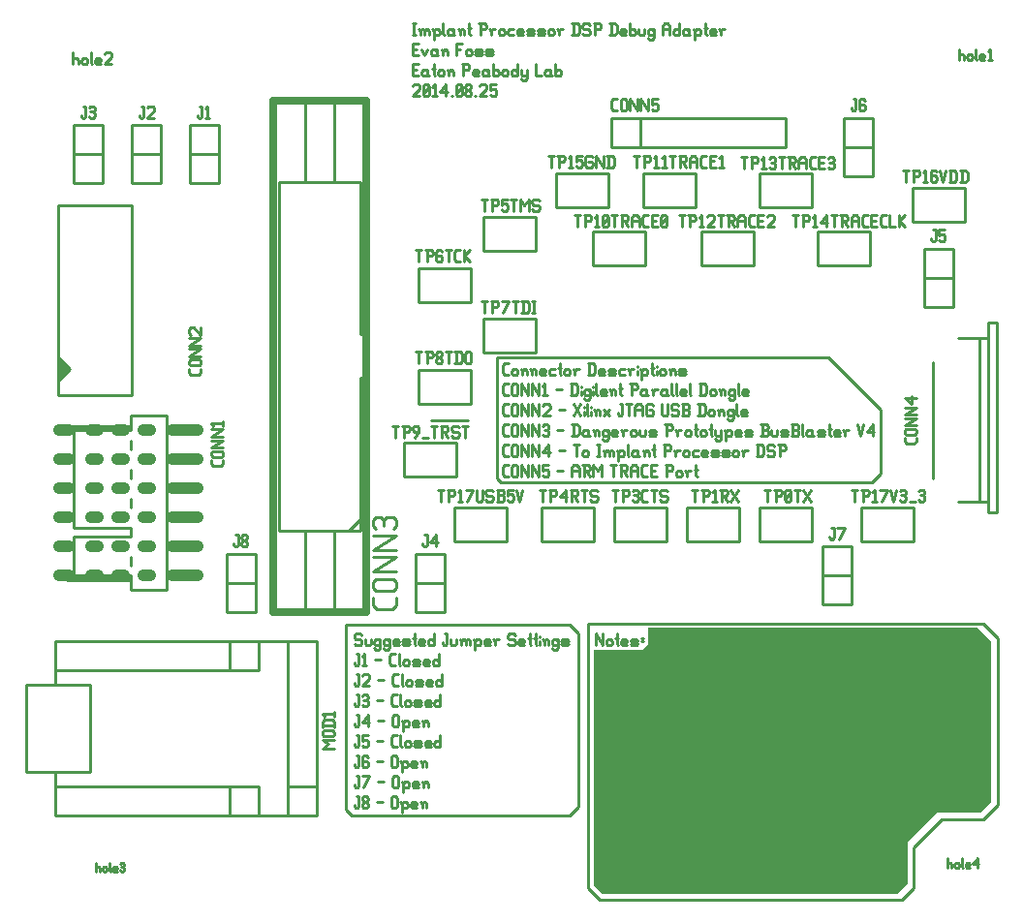
<source format=gbr>
G04 start of page 8 for group -4079 idx -4079 *
G04 Title: (unknown), topsilk *
G04 Creator: pcb 20110918 *
G04 CreationDate: Thu Aug 28 18:43:41 2014 UTC *
G04 For: fosse *
G04 Format: Gerber/RS-274X *
G04 PCB-Dimensions: 348000 372000 *
G04 PCB-Coordinate-Origin: lower left *
%MOIN*%
%FSLAX25Y25*%
%LNTOPSILK*%
%ADD70C,0.0150*%
%ADD69C,0.0400*%
%ADD68C,0.0250*%
%ADD67C,0.0100*%
%ADD66C,0.0001*%
G54D66*G36*
X218500Y152500D02*X332000D01*
X336500Y148000D01*
Y92500D01*
X333000Y89000D01*
X318000D01*
X308000Y79000D01*
Y64500D01*
X304500Y61000D01*
X203000D01*
X200000Y64000D01*
Y145000D01*
X216500D01*
X218500Y147000D01*
Y152500D01*
G37*
G54D67*X114500Y90000D02*Y153500D01*
X191500D01*
X116500Y88000D02*X114500Y90000D01*
X191500Y88000D02*X116500D01*
X194500Y91000D02*X191500Y88000D01*
X194500Y150500D02*Y91000D01*
X191500Y153500D02*X194500Y150500D01*
X198000Y154000D02*Y63000D01*
X202000Y59000D01*
X306000D01*
X310000Y63000D01*
Y77000D01*
X319500Y86500D01*
X334000D01*
X339000Y91500D01*
Y149000D01*
X334000Y154000D01*
X198000D01*
X166500Y245500D02*X280500D01*
X298500Y227500D01*
Y205500D01*
X295500Y202500D01*
X166500Y204000D02*Y245500D01*
X156500Y224000D02*X144000D01*
X295500Y202500D02*X168000D01*
X166500Y204000D01*
X119500Y150500D02*X120000Y150000D01*
X118000Y150500D02*X119500D01*
X117500Y150000D02*X118000Y150500D01*
X117500Y150000D02*Y149000D01*
X118000Y148500D01*
X119500D01*
X120000Y148000D01*
Y147000D01*
X119500Y146500D02*X120000Y147000D01*
X118000Y146500D02*X119500D01*
X117500Y147000D02*X118000Y146500D01*
X121200Y148500D02*Y147000D01*
X121700Y146500D01*
X122700D01*
X123200Y147000D01*
Y148500D02*Y147000D01*
X125900Y148500D02*X126400Y148000D01*
X124900Y148500D02*X125900D01*
X124400Y148000D02*X124900Y148500D01*
X124400Y148000D02*Y147000D01*
X124900Y146500D01*
X125900D01*
X126400Y147000D01*
X124400Y145500D02*X124900Y145000D01*
X125900D01*
X126400Y145500D01*
Y148500D02*Y145500D01*
X129100Y148500D02*X129600Y148000D01*
X128100Y148500D02*X129100D01*
X127600Y148000D02*X128100Y148500D01*
X127600Y148000D02*Y147000D01*
X128100Y146500D01*
X129100D01*
X129600Y147000D01*
X127600Y145500D02*X128100Y145000D01*
X129100D01*
X129600Y145500D01*
Y148500D02*Y145500D01*
X131300Y146500D02*X132800D01*
X130800Y147000D02*X131300Y146500D01*
X130800Y148000D02*Y147000D01*
Y148000D02*X131300Y148500D01*
X132300D01*
X132800Y148000D01*
X130800Y147500D02*X132800D01*
Y148000D02*Y147500D01*
X134500Y146500D02*X136000D01*
X136500Y147000D01*
X136000Y147500D02*X136500Y147000D01*
X134500Y147500D02*X136000D01*
X134000Y148000D02*X134500Y147500D01*
X134000Y148000D02*X134500Y148500D01*
X136000D01*
X136500Y148000D01*
X134000Y147000D02*X134500Y146500D01*
X138200Y150500D02*Y147000D01*
X138700Y146500D01*
X137700Y149000D02*X138700D01*
X140200Y146500D02*X141700D01*
X139700Y147000D02*X140200Y146500D01*
X139700Y148000D02*Y147000D01*
Y148000D02*X140200Y148500D01*
X141200D01*
X141700Y148000D01*
X139700Y147500D02*X141700D01*
Y148000D02*Y147500D01*
X144900Y150500D02*Y146500D01*
X144400D02*X144900Y147000D01*
X143400Y146500D02*X144400D01*
X142900Y147000D02*X143400Y146500D01*
X142900Y148000D02*Y147000D01*
Y148000D02*X143400Y148500D01*
X144400D01*
X144900Y148000D01*
X148600Y150500D02*X149400D01*
Y147000D01*
X148900Y146500D02*X149400Y147000D01*
X148400Y146500D02*X148900D01*
X147900Y147000D02*X148400Y146500D01*
X147900Y147500D02*Y147000D01*
X150600Y148500D02*Y147000D01*
X151100Y146500D01*
X152100D01*
X152600Y147000D01*
Y148500D02*Y147000D01*
X154300Y148000D02*Y146500D01*
Y148000D02*X154800Y148500D01*
X155300D01*
X155800Y148000D01*
Y146500D01*
Y148000D02*X156300Y148500D01*
X156800D01*
X157300Y148000D01*
Y146500D01*
X153800Y148500D02*X154300Y148000D01*
X159000D02*Y145000D01*
X158500Y148500D02*X159000Y148000D01*
X159500Y148500D01*
X160500D01*
X161000Y148000D01*
Y147000D01*
X160500Y146500D02*X161000Y147000D01*
X159500Y146500D02*X160500D01*
X159000Y147000D02*X159500Y146500D01*
X162700D02*X164200D01*
X162200Y147000D02*X162700Y146500D01*
X162200Y148000D02*Y147000D01*
Y148000D02*X162700Y148500D01*
X163700D01*
X164200Y148000D01*
X162200Y147500D02*X164200D01*
Y148000D02*Y147500D01*
X165900Y148000D02*Y146500D01*
Y148000D02*X166400Y148500D01*
X167400D01*
X165400D02*X165900Y148000D01*
X172400Y150500D02*X172900Y150000D01*
X170900Y150500D02*X172400D01*
X170400Y150000D02*X170900Y150500D01*
X170400Y150000D02*Y149000D01*
X170900Y148500D01*
X172400D01*
X172900Y148000D01*
Y147000D01*
X172400Y146500D02*X172900Y147000D01*
X170900Y146500D02*X172400D01*
X170400Y147000D02*X170900Y146500D01*
X174600D02*X176100D01*
X174100Y147000D02*X174600Y146500D01*
X174100Y148000D02*Y147000D01*
Y148000D02*X174600Y148500D01*
X175600D01*
X176100Y148000D01*
X174100Y147500D02*X176100D01*
Y148000D02*Y147500D01*
X177800Y150500D02*Y147000D01*
X178300Y146500D01*
X177300Y149000D02*X178300D01*
X179800Y150500D02*Y147000D01*
X180300Y146500D01*
X179300Y149000D02*X180300D01*
X181300Y149500D02*Y149400D01*
Y148000D02*Y146500D01*
X182800Y148000D02*Y146500D01*
Y148000D02*X183300Y148500D01*
X183800D01*
X184300Y148000D01*
Y146500D01*
X182300Y148500D02*X182800Y148000D01*
X187000Y148500D02*X187500Y148000D01*
X186000Y148500D02*X187000D01*
X185500Y148000D02*X186000Y148500D01*
X185500Y148000D02*Y147000D01*
X186000Y146500D01*
X187000D01*
X187500Y147000D01*
X185500Y145500D02*X186000Y145000D01*
X187000D01*
X187500Y145500D01*
Y148500D02*Y145500D01*
X189200Y146500D02*X190700D01*
X191200Y147000D01*
X190700Y147500D02*X191200Y147000D01*
X189200Y147500D02*X190700D01*
X188700Y148000D02*X189200Y147500D01*
X188700Y148000D02*X189200Y148500D01*
X190700D01*
X191200Y148000D01*
X188700Y147000D02*X189200Y146500D01*
X118200Y101500D02*X119000D01*
Y98000D01*
X118500Y97500D02*X119000Y98000D01*
X118000Y97500D02*X118500D01*
X117500Y98000D02*X118000Y97500D01*
X117500Y98500D02*Y98000D01*
X120700Y97500D02*X122700Y101500D01*
X120200D02*X122700D01*
X125700Y99500D02*X127700D01*
X130700Y101000D02*Y98000D01*
Y101000D02*X131200Y101500D01*
X132200D01*
X132700Y101000D01*
Y98000D01*
X132200Y97500D02*X132700Y98000D01*
X131200Y97500D02*X132200D01*
X130700Y98000D02*X131200Y97500D01*
X134400Y99000D02*Y96000D01*
X133900Y99500D02*X134400Y99000D01*
X134900Y99500D01*
X135900D01*
X136400Y99000D01*
Y98000D01*
X135900Y97500D02*X136400Y98000D01*
X134900Y97500D02*X135900D01*
X134400Y98000D02*X134900Y97500D01*
X138100D02*X139600D01*
X137600Y98000D02*X138100Y97500D01*
X137600Y99000D02*Y98000D01*
Y99000D02*X138100Y99500D01*
X139100D01*
X139600Y99000D01*
X137600Y98500D02*X139600D01*
Y99000D02*Y98500D01*
X141300Y99000D02*Y97500D01*
Y99000D02*X141800Y99500D01*
X142300D01*
X142800Y99000D01*
Y97500D01*
X140800Y99500D02*X141300Y99000D01*
X118200Y94500D02*X119000D01*
Y91000D01*
X118500Y90500D02*X119000Y91000D01*
X118000Y90500D02*X118500D01*
X117500Y91000D02*X118000Y90500D01*
X117500Y91500D02*Y91000D01*
X120200D02*X120700Y90500D01*
X120200Y91800D02*Y91000D01*
Y91800D02*X120900Y92500D01*
X121500D01*
X122200Y91800D01*
Y91000D01*
X121700Y90500D02*X122200Y91000D01*
X120700Y90500D02*X121700D01*
X120200Y93200D02*X120900Y92500D01*
X120200Y94000D02*Y93200D01*
Y94000D02*X120700Y94500D01*
X121700D01*
X122200Y94000D01*
Y93200D01*
X121500Y92500D02*X122200Y93200D01*
X125200Y92500D02*X127200D01*
X130200Y94000D02*Y91000D01*
Y94000D02*X130700Y94500D01*
X131700D01*
X132200Y94000D01*
Y91000D01*
X131700Y90500D02*X132200Y91000D01*
X130700Y90500D02*X131700D01*
X130200Y91000D02*X130700Y90500D01*
X133900Y92000D02*Y89000D01*
X133400Y92500D02*X133900Y92000D01*
X134400Y92500D01*
X135400D01*
X135900Y92000D01*
Y91000D01*
X135400Y90500D02*X135900Y91000D01*
X134400Y90500D02*X135400D01*
X133900Y91000D02*X134400Y90500D01*
X137600D02*X139100D01*
X137100Y91000D02*X137600Y90500D01*
X137100Y92000D02*Y91000D01*
Y92000D02*X137600Y92500D01*
X138600D01*
X139100Y92000D01*
X137100Y91500D02*X139100D01*
Y92000D02*Y91500D01*
X140800Y92000D02*Y90500D01*
Y92000D02*X141300Y92500D01*
X141800D01*
X142300Y92000D01*
Y90500D01*
X140300Y92500D02*X140800Y92000D01*
X118200Y108500D02*X119000D01*
Y105000D01*
X118500Y104500D02*X119000Y105000D01*
X118000Y104500D02*X118500D01*
X117500Y105000D02*X118000Y104500D01*
X117500Y105500D02*Y105000D01*
X121700Y108500D02*X122200Y108000D01*
X120700Y108500D02*X121700D01*
X120200Y108000D02*X120700Y108500D01*
X120200Y108000D02*Y105000D01*
X120700Y104500D01*
X121700Y106700D02*X122200Y106200D01*
X120200Y106700D02*X121700D01*
X120700Y104500D02*X121700D01*
X122200Y105000D01*
Y106200D02*Y105000D01*
X125200Y106500D02*X127200D01*
X130200Y108000D02*Y105000D01*
Y108000D02*X130700Y108500D01*
X131700D01*
X132200Y108000D01*
Y105000D01*
X131700Y104500D02*X132200Y105000D01*
X130700Y104500D02*X131700D01*
X130200Y105000D02*X130700Y104500D01*
X133900Y106000D02*Y103000D01*
X133400Y106500D02*X133900Y106000D01*
X134400Y106500D01*
X135400D01*
X135900Y106000D01*
Y105000D01*
X135400Y104500D02*X135900Y105000D01*
X134400Y104500D02*X135400D01*
X133900Y105000D02*X134400Y104500D01*
X137600D02*X139100D01*
X137100Y105000D02*X137600Y104500D01*
X137100Y106000D02*Y105000D01*
Y106000D02*X137600Y106500D01*
X138600D01*
X139100Y106000D01*
X137100Y105500D02*X139100D01*
Y106000D02*Y105500D01*
X140800Y106000D02*Y104500D01*
Y106000D02*X141300Y106500D01*
X141800D01*
X142300Y106000D01*
Y104500D01*
X140300Y106500D02*X140800Y106000D01*
X118200Y115500D02*X119000D01*
Y112000D01*
X118500Y111500D02*X119000Y112000D01*
X118000Y111500D02*X118500D01*
X117500Y112000D02*X118000Y111500D01*
X117500Y112500D02*Y112000D01*
X120200Y115500D02*X122200D01*
X120200D02*Y113500D01*
X120700Y114000D01*
X121700D01*
X122200Y113500D01*
Y112000D01*
X121700Y111500D02*X122200Y112000D01*
X120700Y111500D02*X121700D01*
X120200Y112000D02*X120700Y111500D01*
X125200Y113500D02*X127200D01*
X130900Y111500D02*X132200D01*
X130200Y112200D02*X130900Y111500D01*
X130200Y114800D02*Y112200D01*
Y114800D02*X130900Y115500D01*
X132200D01*
X133400D02*Y112000D01*
X133900Y111500D01*
X134900Y113000D02*Y112000D01*
Y113000D02*X135400Y113500D01*
X136400D01*
X136900Y113000D01*
Y112000D01*
X136400Y111500D02*X136900Y112000D01*
X135400Y111500D02*X136400D01*
X134900Y112000D02*X135400Y111500D01*
X138600D02*X140100D01*
X140600Y112000D01*
X140100Y112500D02*X140600Y112000D01*
X138600Y112500D02*X140100D01*
X138100Y113000D02*X138600Y112500D01*
X138100Y113000D02*X138600Y113500D01*
X140100D01*
X140600Y113000D01*
X138100Y112000D02*X138600Y111500D01*
X142300D02*X143800D01*
X141800Y112000D02*X142300Y111500D01*
X141800Y113000D02*Y112000D01*
Y113000D02*X142300Y113500D01*
X143300D01*
X143800Y113000D01*
X141800Y112500D02*X143800D01*
Y113000D02*Y112500D01*
X147000Y115500D02*Y111500D01*
X146500D02*X147000Y112000D01*
X145500Y111500D02*X146500D01*
X145000Y112000D02*X145500Y111500D01*
X145000Y113000D02*Y112000D01*
Y113000D02*X145500Y113500D01*
X146500D01*
X147000Y113000D01*
X118200Y122500D02*X119000D01*
Y119000D01*
X118500Y118500D02*X119000Y119000D01*
X118000Y118500D02*X118500D01*
X117500Y119000D02*X118000Y118500D01*
X117500Y119500D02*Y119000D01*
X120200Y120000D02*X122200Y122500D01*
X120200Y120000D02*X122700D01*
X122200Y122500D02*Y118500D01*
X125700Y120500D02*X127700D01*
X130700Y122000D02*Y119000D01*
Y122000D02*X131200Y122500D01*
X132200D01*
X132700Y122000D01*
Y119000D01*
X132200Y118500D02*X132700Y119000D01*
X131200Y118500D02*X132200D01*
X130700Y119000D02*X131200Y118500D01*
X134400Y120000D02*Y117000D01*
X133900Y120500D02*X134400Y120000D01*
X134900Y120500D01*
X135900D01*
X136400Y120000D01*
Y119000D01*
X135900Y118500D02*X136400Y119000D01*
X134900Y118500D02*X135900D01*
X134400Y119000D02*X134900Y118500D01*
X138100D02*X139600D01*
X137600Y119000D02*X138100Y118500D01*
X137600Y120000D02*Y119000D01*
Y120000D02*X138100Y120500D01*
X139100D01*
X139600Y120000D01*
X137600Y119500D02*X139600D01*
Y120000D02*Y119500D01*
X141300Y120000D02*Y118500D01*
Y120000D02*X141800Y120500D01*
X142300D01*
X142800Y120000D01*
Y118500D01*
X140800Y120500D02*X141300Y120000D01*
X118200Y129500D02*X119000D01*
Y126000D01*
X118500Y125500D02*X119000Y126000D01*
X118000Y125500D02*X118500D01*
X117500Y126000D02*X118000Y125500D01*
X117500Y126500D02*Y126000D01*
X120200Y129000D02*X120700Y129500D01*
X121700D01*
X122200Y129000D01*
X121700Y125500D02*X122200Y126000D01*
X120700Y125500D02*X121700D01*
X120200Y126000D02*X120700Y125500D01*
Y127700D02*X121700D01*
X122200Y129000D02*Y128200D01*
Y127200D02*Y126000D01*
Y127200D02*X121700Y127700D01*
X122200Y128200D02*X121700Y127700D01*
X125200Y127500D02*X127200D01*
X130900Y125500D02*X132200D01*
X130200Y126200D02*X130900Y125500D01*
X130200Y128800D02*Y126200D01*
Y128800D02*X130900Y129500D01*
X132200D01*
X133400D02*Y126000D01*
X133900Y125500D01*
X134900Y127000D02*Y126000D01*
Y127000D02*X135400Y127500D01*
X136400D01*
X136900Y127000D01*
Y126000D01*
X136400Y125500D02*X136900Y126000D01*
X135400Y125500D02*X136400D01*
X134900Y126000D02*X135400Y125500D01*
X138600D02*X140100D01*
X140600Y126000D01*
X140100Y126500D02*X140600Y126000D01*
X138600Y126500D02*X140100D01*
X138100Y127000D02*X138600Y126500D01*
X138100Y127000D02*X138600Y127500D01*
X140100D01*
X140600Y127000D01*
X138100Y126000D02*X138600Y125500D01*
X142300D02*X143800D01*
X141800Y126000D02*X142300Y125500D01*
X141800Y127000D02*Y126000D01*
Y127000D02*X142300Y127500D01*
X143300D01*
X143800Y127000D01*
X141800Y126500D02*X143800D01*
Y127000D02*Y126500D01*
X147000Y129500D02*Y125500D01*
X146500D02*X147000Y126000D01*
X145500Y125500D02*X146500D01*
X145000Y126000D02*X145500Y125500D01*
X145000Y127000D02*Y126000D01*
Y127000D02*X145500Y127500D01*
X146500D01*
X147000Y127000D01*
X118200Y136500D02*X119000D01*
Y133000D01*
X118500Y132500D02*X119000Y133000D01*
X118000Y132500D02*X118500D01*
X117500Y133000D02*X118000Y132500D01*
X117500Y133500D02*Y133000D01*
X120200Y136000D02*X120700Y136500D01*
X122200D01*
X122700Y136000D01*
Y135000D01*
X120200Y132500D02*X122700Y135000D01*
X120200Y132500D02*X122700D01*
X125700Y134500D02*X127700D01*
X131400Y132500D02*X132700D01*
X130700Y133200D02*X131400Y132500D01*
X130700Y135800D02*Y133200D01*
Y135800D02*X131400Y136500D01*
X132700D01*
X133900D02*Y133000D01*
X134400Y132500D01*
X135400Y134000D02*Y133000D01*
Y134000D02*X135900Y134500D01*
X136900D01*
X137400Y134000D01*
Y133000D01*
X136900Y132500D02*X137400Y133000D01*
X135900Y132500D02*X136900D01*
X135400Y133000D02*X135900Y132500D01*
X139100D02*X140600D01*
X141100Y133000D01*
X140600Y133500D02*X141100Y133000D01*
X139100Y133500D02*X140600D01*
X138600Y134000D02*X139100Y133500D01*
X138600Y134000D02*X139100Y134500D01*
X140600D01*
X141100Y134000D01*
X138600Y133000D02*X139100Y132500D01*
X142800D02*X144300D01*
X142300Y133000D02*X142800Y132500D01*
X142300Y134000D02*Y133000D01*
Y134000D02*X142800Y134500D01*
X143800D01*
X144300Y134000D01*
X142300Y133500D02*X144300D01*
Y134000D02*Y133500D01*
X147500Y136500D02*Y132500D01*
X147000D02*X147500Y133000D01*
X146000Y132500D02*X147000D01*
X145500Y133000D02*X146000Y132500D01*
X145500Y134000D02*Y133000D01*
Y134000D02*X146000Y134500D01*
X147000D01*
X147500Y134000D01*
X118200Y143500D02*X119000D01*
Y140000D01*
X118500Y139500D02*X119000Y140000D01*
X118000Y139500D02*X118500D01*
X117500Y140000D02*X118000Y139500D01*
X117500Y140500D02*Y140000D01*
X120200Y142700D02*X121000Y143500D01*
Y139500D01*
X120200D02*X121700D01*
X124700Y141500D02*X126700D01*
X130400Y139500D02*X131700D01*
X129700Y140200D02*X130400Y139500D01*
X129700Y142800D02*Y140200D01*
Y142800D02*X130400Y143500D01*
X131700D01*
X132900D02*Y140000D01*
X133400Y139500D01*
X134400Y141000D02*Y140000D01*
Y141000D02*X134900Y141500D01*
X135900D01*
X136400Y141000D01*
Y140000D01*
X135900Y139500D02*X136400Y140000D01*
X134900Y139500D02*X135900D01*
X134400Y140000D02*X134900Y139500D01*
X138100D02*X139600D01*
X140100Y140000D01*
X139600Y140500D02*X140100Y140000D01*
X138100Y140500D02*X139600D01*
X137600Y141000D02*X138100Y140500D01*
X137600Y141000D02*X138100Y141500D01*
X139600D01*
X140100Y141000D01*
X137600Y140000D02*X138100Y139500D01*
X141800D02*X143300D01*
X141300Y140000D02*X141800Y139500D01*
X141300Y141000D02*Y140000D01*
Y141000D02*X141800Y141500D01*
X142800D01*
X143300Y141000D01*
X141300Y140500D02*X143300D01*
Y141000D02*Y140500D01*
X146500Y143500D02*Y139500D01*
X146000D02*X146500Y140000D01*
X145000Y139500D02*X146000D01*
X144500Y140000D02*X145000Y139500D01*
X144500Y141000D02*Y140000D01*
Y141000D02*X145000Y141500D01*
X146000D01*
X146500Y141000D01*
X200500Y150500D02*Y146500D01*
Y150500D02*X203000Y146500D01*
Y150500D02*Y146500D01*
X204200Y148000D02*Y147000D01*
Y148000D02*X204700Y148500D01*
X205700D01*
X206200Y148000D01*
Y147000D01*
X205700Y146500D02*X206200Y147000D01*
X204700Y146500D02*X205700D01*
X204200Y147000D02*X204700Y146500D01*
X207900Y150500D02*Y147000D01*
X208400Y146500D01*
X207400Y149000D02*X208400D01*
X209900Y146500D02*X211400D01*
X209400Y147000D02*X209900Y146500D01*
X209400Y148000D02*Y147000D01*
Y148000D02*X209900Y148500D01*
X210900D01*
X211400Y148000D01*
X209400Y147500D02*X211400D01*
Y148000D02*Y147500D01*
X213100Y146500D02*X214600D01*
X215100Y147000D01*
X214600Y147500D02*X215100Y147000D01*
X213100Y147500D02*X214600D01*
X212600Y148000D02*X213100Y147500D01*
X212600Y148000D02*X213100Y148500D01*
X214600D01*
X215100Y148000D01*
X212600Y147000D02*X213100Y146500D01*
X216300Y149000D02*X216800D01*
X216300Y148000D02*X216800D01*
X169200Y218500D02*X170500D01*
X168500Y219200D02*X169200Y218500D01*
X168500Y221800D02*Y219200D01*
Y221800D02*X169200Y222500D01*
X170500D01*
X171700Y222000D02*Y219000D01*
Y222000D02*X172200Y222500D01*
X173200D01*
X173700Y222000D01*
Y219000D01*
X173200Y218500D02*X173700Y219000D01*
X172200Y218500D02*X173200D01*
X171700Y219000D02*X172200Y218500D01*
X174900Y222500D02*Y218500D01*
Y222500D02*X177400Y218500D01*
Y222500D02*Y218500D01*
X178600Y222500D02*Y218500D01*
Y222500D02*X181100Y218500D01*
Y222500D02*Y218500D01*
X182300Y222000D02*X182800Y222500D01*
X183800D01*
X184300Y222000D01*
X183800Y218500D02*X184300Y219000D01*
X182800Y218500D02*X183800D01*
X182300Y219000D02*X182800Y218500D01*
Y220700D02*X183800D01*
X184300Y222000D02*Y221200D01*
Y220200D02*Y219000D01*
Y220200D02*X183800Y220700D01*
X184300Y221200D02*X183800Y220700D01*
X187300Y220500D02*X189300D01*
X192800Y222500D02*Y218500D01*
X194100Y222500D02*X194800Y221800D01*
Y219200D01*
X194100Y218500D02*X194800Y219200D01*
X192300Y218500D02*X194100D01*
X192300Y222500D02*X194100D01*
X197500Y220500D02*X198000Y220000D01*
X196500Y220500D02*X197500D01*
X196000Y220000D02*X196500Y220500D01*
X196000Y220000D02*Y219000D01*
X196500Y218500D01*
X198000Y220500D02*Y219000D01*
X198500Y218500D01*
X196500D02*X197500D01*
X198000Y219000D01*
X200200Y220000D02*Y218500D01*
Y220000D02*X200700Y220500D01*
X201200D01*
X201700Y220000D01*
Y218500D01*
X199700Y220500D02*X200200Y220000D01*
X204400Y220500D02*X204900Y220000D01*
X203400Y220500D02*X204400D01*
X202900Y220000D02*X203400Y220500D01*
X202900Y220000D02*Y219000D01*
X203400Y218500D01*
X204400D01*
X204900Y219000D01*
X202900Y217500D02*X203400Y217000D01*
X204400D01*
X204900Y217500D01*
Y220500D02*Y217500D01*
X206600Y218500D02*X208100D01*
X206100Y219000D02*X206600Y218500D01*
X206100Y220000D02*Y219000D01*
Y220000D02*X206600Y220500D01*
X207600D01*
X208100Y220000D01*
X206100Y219500D02*X208100D01*
Y220000D02*Y219500D01*
X209800Y220000D02*Y218500D01*
Y220000D02*X210300Y220500D01*
X211300D01*
X209300D02*X209800Y220000D01*
X212500D02*Y219000D01*
Y220000D02*X213000Y220500D01*
X214000D01*
X214500Y220000D01*
Y219000D01*
X214000Y218500D02*X214500Y219000D01*
X213000Y218500D02*X214000D01*
X212500Y219000D02*X213000Y218500D01*
X215700Y220500D02*Y219000D01*
X216200Y218500D01*
X217200D01*
X217700Y219000D01*
Y220500D02*Y219000D01*
X219400Y218500D02*X220900D01*
X221400Y219000D01*
X220900Y219500D02*X221400Y219000D01*
X219400Y219500D02*X220900D01*
X218900Y220000D02*X219400Y219500D01*
X218900Y220000D02*X219400Y220500D01*
X220900D01*
X221400Y220000D01*
X218900Y219000D02*X219400Y218500D01*
X224900Y222500D02*Y218500D01*
X224400Y222500D02*X226400D01*
X226900Y222000D01*
Y221000D01*
X226400Y220500D02*X226900Y221000D01*
X224900Y220500D02*X226400D01*
X228600Y220000D02*Y218500D01*
Y220000D02*X229100Y220500D01*
X230100D01*
X228100D02*X228600Y220000D01*
X231300D02*Y219000D01*
Y220000D02*X231800Y220500D01*
X232800D01*
X233300Y220000D01*
Y219000D01*
X232800Y218500D02*X233300Y219000D01*
X231800Y218500D02*X232800D01*
X231300Y219000D02*X231800Y218500D01*
X235000Y222500D02*Y219000D01*
X235500Y218500D01*
X234500Y221000D02*X235500D01*
X236500Y220000D02*Y219000D01*
Y220000D02*X237000Y220500D01*
X238000D01*
X238500Y220000D01*
Y219000D01*
X238000Y218500D02*X238500Y219000D01*
X237000Y218500D02*X238000D01*
X236500Y219000D02*X237000Y218500D01*
X240200Y222500D02*Y219000D01*
X240700Y218500D01*
X239700Y221000D02*X240700D01*
X241700Y220500D02*Y219000D01*
X242200Y218500D01*
X243700Y220500D02*Y217500D01*
X243200Y217000D02*X243700Y217500D01*
X242200Y217000D02*X243200D01*
X241700Y217500D02*X242200Y217000D01*
Y218500D02*X243200D01*
X243700Y219000D01*
X245400Y220000D02*Y217000D01*
X244900Y220500D02*X245400Y220000D01*
X245900Y220500D01*
X246900D01*
X247400Y220000D01*
Y219000D01*
X246900Y218500D02*X247400Y219000D01*
X245900Y218500D02*X246900D01*
X245400Y219000D02*X245900Y218500D01*
X249100D02*X250600D01*
X248600Y219000D02*X249100Y218500D01*
X248600Y220000D02*Y219000D01*
Y220000D02*X249100Y220500D01*
X250100D01*
X250600Y220000D01*
X248600Y219500D02*X250600D01*
Y220000D02*Y219500D01*
X252300Y218500D02*X253800D01*
X254300Y219000D01*
X253800Y219500D02*X254300Y219000D01*
X252300Y219500D02*X253800D01*
X251800Y220000D02*X252300Y219500D01*
X251800Y220000D02*X252300Y220500D01*
X253800D01*
X254300Y220000D01*
X251800Y219000D02*X252300Y218500D01*
X257300D02*X259300D01*
X259800Y219000D01*
Y220200D02*Y219000D01*
X259300Y220700D02*X259800Y220200D01*
X257800Y220700D02*X259300D01*
X257800Y222500D02*Y218500D01*
X257300Y222500D02*X259300D01*
X259800Y222000D01*
Y221200D01*
X259300Y220700D02*X259800Y221200D01*
X261000Y220500D02*Y219000D01*
X261500Y218500D01*
X262500D01*
X263000Y219000D01*
Y220500D02*Y219000D01*
X264700Y218500D02*X266200D01*
X266700Y219000D01*
X266200Y219500D02*X266700Y219000D01*
X264700Y219500D02*X266200D01*
X264200Y220000D02*X264700Y219500D01*
X264200Y220000D02*X264700Y220500D01*
X266200D01*
X266700Y220000D01*
X264200Y219000D02*X264700Y218500D01*
X267900D02*X269900D01*
X270400Y219000D01*
Y220200D02*Y219000D01*
X269900Y220700D02*X270400Y220200D01*
X268400Y220700D02*X269900D01*
X268400Y222500D02*Y218500D01*
X267900Y222500D02*X269900D01*
X270400Y222000D01*
Y221200D01*
X269900Y220700D02*X270400Y221200D01*
X271600Y222500D02*Y219000D01*
X272100Y218500D01*
X274600Y220500D02*X275100Y220000D01*
X273600Y220500D02*X274600D01*
X273100Y220000D02*X273600Y220500D01*
X273100Y220000D02*Y219000D01*
X273600Y218500D01*
X275100Y220500D02*Y219000D01*
X275600Y218500D01*
X273600D02*X274600D01*
X275100Y219000D01*
X277300Y218500D02*X278800D01*
X279300Y219000D01*
X278800Y219500D02*X279300Y219000D01*
X277300Y219500D02*X278800D01*
X276800Y220000D02*X277300Y219500D01*
X276800Y220000D02*X277300Y220500D01*
X278800D01*
X279300Y220000D01*
X276800Y219000D02*X277300Y218500D01*
X281000Y222500D02*Y219000D01*
X281500Y218500D01*
X280500Y221000D02*X281500D01*
X283000Y218500D02*X284500D01*
X282500Y219000D02*X283000Y218500D01*
X282500Y220000D02*Y219000D01*
Y220000D02*X283000Y220500D01*
X284000D01*
X284500Y220000D01*
X282500Y219500D02*X284500D01*
Y220000D02*Y219500D01*
X286200Y220000D02*Y218500D01*
Y220000D02*X286700Y220500D01*
X287700D01*
X285700D02*X286200Y220000D01*
X290700Y222500D02*X291700Y218500D01*
X292700Y222500D01*
X293900Y220000D02*X295900Y222500D01*
X293900Y220000D02*X296400D01*
X295900Y222500D02*Y218500D01*
X169200Y232500D02*X170500D01*
X168500Y233200D02*X169200Y232500D01*
X168500Y235800D02*Y233200D01*
Y235800D02*X169200Y236500D01*
X170500D01*
X171700Y236000D02*Y233000D01*
Y236000D02*X172200Y236500D01*
X173200D01*
X173700Y236000D01*
Y233000D01*
X173200Y232500D02*X173700Y233000D01*
X172200Y232500D02*X173200D01*
X171700Y233000D02*X172200Y232500D01*
X174900Y236500D02*Y232500D01*
Y236500D02*X177400Y232500D01*
Y236500D02*Y232500D01*
X178600Y236500D02*Y232500D01*
Y236500D02*X181100Y232500D01*
Y236500D02*Y232500D01*
X182300Y235700D02*X183100Y236500D01*
Y232500D01*
X182300D02*X183800D01*
X186800Y234500D02*X188800D01*
X192300Y236500D02*Y232500D01*
X193600Y236500D02*X194300Y235800D01*
Y233200D01*
X193600Y232500D02*X194300Y233200D01*
X191800Y232500D02*X193600D01*
X191800Y236500D02*X193600D01*
X195500Y235500D02*Y235400D01*
Y234000D02*Y232500D01*
X198000Y234500D02*X198500Y234000D01*
X197000Y234500D02*X198000D01*
X196500Y234000D02*X197000Y234500D01*
X196500Y234000D02*Y233000D01*
X197000Y232500D01*
X198000D01*
X198500Y233000D01*
X196500Y231500D02*X197000Y231000D01*
X198000D01*
X198500Y231500D01*
Y234500D02*Y231500D01*
X199700Y235500D02*Y235400D01*
Y234000D02*Y232500D01*
X200700Y236500D02*Y233000D01*
X201200Y232500D01*
X202700D02*X204200D01*
X202200Y233000D02*X202700Y232500D01*
X202200Y234000D02*Y233000D01*
Y234000D02*X202700Y234500D01*
X203700D01*
X204200Y234000D01*
X202200Y233500D02*X204200D01*
Y234000D02*Y233500D01*
X205900Y234000D02*Y232500D01*
Y234000D02*X206400Y234500D01*
X206900D01*
X207400Y234000D01*
Y232500D01*
X205400Y234500D02*X205900Y234000D01*
X209100Y236500D02*Y233000D01*
X209600Y232500D01*
X208600Y235000D02*X209600D01*
X212900Y236500D02*Y232500D01*
X212400Y236500D02*X214400D01*
X214900Y236000D01*
Y235000D01*
X214400Y234500D02*X214900Y235000D01*
X212900Y234500D02*X214400D01*
X217600D02*X218100Y234000D01*
X216600Y234500D02*X217600D01*
X216100Y234000D02*X216600Y234500D01*
X216100Y234000D02*Y233000D01*
X216600Y232500D01*
X218100Y234500D02*Y233000D01*
X218600Y232500D01*
X216600D02*X217600D01*
X218100Y233000D01*
X220300Y234000D02*Y232500D01*
Y234000D02*X220800Y234500D01*
X221800D01*
X219800D02*X220300Y234000D01*
X224500Y234500D02*X225000Y234000D01*
X223500Y234500D02*X224500D01*
X223000Y234000D02*X223500Y234500D01*
X223000Y234000D02*Y233000D01*
X223500Y232500D01*
X225000Y234500D02*Y233000D01*
X225500Y232500D01*
X223500D02*X224500D01*
X225000Y233000D01*
X226700Y236500D02*Y233000D01*
X227200Y232500D01*
X228200Y236500D02*Y233000D01*
X228700Y232500D01*
X230200D02*X231700D01*
X229700Y233000D02*X230200Y232500D01*
X229700Y234000D02*Y233000D01*
Y234000D02*X230200Y234500D01*
X231200D01*
X231700Y234000D01*
X229700Y233500D02*X231700D01*
Y234000D02*Y233500D01*
X232900Y236500D02*Y233000D01*
X233400Y232500D01*
X236700Y236500D02*Y232500D01*
X238000Y236500D02*X238700Y235800D01*
Y233200D01*
X238000Y232500D02*X238700Y233200D01*
X236200Y232500D02*X238000D01*
X236200Y236500D02*X238000D01*
X239900Y234000D02*Y233000D01*
Y234000D02*X240400Y234500D01*
X241400D01*
X241900Y234000D01*
Y233000D01*
X241400Y232500D02*X241900Y233000D01*
X240400Y232500D02*X241400D01*
X239900Y233000D02*X240400Y232500D01*
X243600Y234000D02*Y232500D01*
Y234000D02*X244100Y234500D01*
X244600D01*
X245100Y234000D01*
Y232500D01*
X243100Y234500D02*X243600Y234000D01*
X247800Y234500D02*X248300Y234000D01*
X246800Y234500D02*X247800D01*
X246300Y234000D02*X246800Y234500D01*
X246300Y234000D02*Y233000D01*
X246800Y232500D01*
X247800D01*
X248300Y233000D01*
X246300Y231500D02*X246800Y231000D01*
X247800D01*
X248300Y231500D01*
Y234500D02*Y231500D01*
X249500Y236500D02*Y233000D01*
X250000Y232500D01*
X251500D02*X253000D01*
X251000Y233000D02*X251500Y232500D01*
X251000Y234000D02*Y233000D01*
Y234000D02*X251500Y234500D01*
X252500D01*
X253000Y234000D01*
X251000Y233500D02*X253000D01*
Y234000D02*Y233500D01*
X169200Y225500D02*X170500D01*
X168500Y226200D02*X169200Y225500D01*
X168500Y228800D02*Y226200D01*
Y228800D02*X169200Y229500D01*
X170500D01*
X171700Y229000D02*Y226000D01*
Y229000D02*X172200Y229500D01*
X173200D01*
X173700Y229000D01*
Y226000D01*
X173200Y225500D02*X173700Y226000D01*
X172200Y225500D02*X173200D01*
X171700Y226000D02*X172200Y225500D01*
X174900Y229500D02*Y225500D01*
Y229500D02*X177400Y225500D01*
Y229500D02*Y225500D01*
X178600Y229500D02*Y225500D01*
Y229500D02*X181100Y225500D01*
Y229500D02*Y225500D01*
X182300Y229000D02*X182800Y229500D01*
X184300D01*
X184800Y229000D01*
Y228000D01*
X182300Y225500D02*X184800Y228000D01*
X182300Y225500D02*X184800D01*
X187800Y227500D02*X189800D01*
X192800Y225500D02*X195300Y229500D01*
X192800D02*X195300Y225500D01*
X196500Y228500D02*Y228400D01*
Y227000D02*Y225500D01*
X197500Y229500D02*Y226000D01*
X198000Y225500D01*
X199000Y228500D02*Y228400D01*
Y227000D02*Y225500D01*
X200500Y227000D02*Y225500D01*
Y227000D02*X201000Y227500D01*
X201500D01*
X202000Y227000D01*
Y225500D01*
X200000Y227500D02*X200500Y227000D01*
X203200Y227500D02*X205200Y225500D01*
X203200D02*X205200Y227500D01*
X208900Y229500D02*X209700D01*
Y226000D01*
X209200Y225500D02*X209700Y226000D01*
X208700Y225500D02*X209200D01*
X208200Y226000D02*X208700Y225500D01*
X208200Y226500D02*Y226000D01*
X210900Y229500D02*X212900D01*
X211900D02*Y225500D01*
X214100Y228500D02*Y225500D01*
Y228500D02*X214800Y229500D01*
X215900D01*
X216600Y228500D01*
Y225500D01*
X214100Y227500D02*X216600D01*
X219800Y229500D02*X220300Y229000D01*
X218300Y229500D02*X219800D01*
X217800Y229000D02*X218300Y229500D01*
X217800Y229000D02*Y226000D01*
X218300Y225500D01*
X219800D01*
X220300Y226000D01*
Y227000D02*Y226000D01*
X219800Y227500D02*X220300Y227000D01*
X218800Y227500D02*X219800D01*
X223300Y229500D02*Y226000D01*
X223800Y225500D01*
X224800D01*
X225300Y226000D01*
Y229500D02*Y226000D01*
X228500Y229500D02*X229000Y229000D01*
X227000Y229500D02*X228500D01*
X226500Y229000D02*X227000Y229500D01*
X226500Y229000D02*Y228000D01*
X227000Y227500D01*
X228500D01*
X229000Y227000D01*
Y226000D01*
X228500Y225500D02*X229000Y226000D01*
X227000Y225500D02*X228500D01*
X226500Y226000D02*X227000Y225500D01*
X230200D02*X232200D01*
X232700Y226000D01*
Y227200D02*Y226000D01*
X232200Y227700D02*X232700Y227200D01*
X230700Y227700D02*X232200D01*
X230700Y229500D02*Y225500D01*
X230200Y229500D02*X232200D01*
X232700Y229000D01*
Y228200D01*
X232200Y227700D02*X232700Y228200D01*
X236200Y229500D02*Y225500D01*
X237500Y229500D02*X238200Y228800D01*
Y226200D01*
X237500Y225500D02*X238200Y226200D01*
X235700Y225500D02*X237500D01*
X235700Y229500D02*X237500D01*
X239400Y227000D02*Y226000D01*
Y227000D02*X239900Y227500D01*
X240900D01*
X241400Y227000D01*
Y226000D01*
X240900Y225500D02*X241400Y226000D01*
X239900Y225500D02*X240900D01*
X239400Y226000D02*X239900Y225500D01*
X243100Y227000D02*Y225500D01*
Y227000D02*X243600Y227500D01*
X244100D01*
X244600Y227000D01*
Y225500D01*
X242600Y227500D02*X243100Y227000D01*
X247300Y227500D02*X247800Y227000D01*
X246300Y227500D02*X247300D01*
X245800Y227000D02*X246300Y227500D01*
X245800Y227000D02*Y226000D01*
X246300Y225500D01*
X247300D01*
X247800Y226000D01*
X245800Y224500D02*X246300Y224000D01*
X247300D01*
X247800Y224500D01*
Y227500D02*Y224500D01*
X249000Y229500D02*Y226000D01*
X249500Y225500D01*
X251000D02*X252500D01*
X250500Y226000D02*X251000Y225500D01*
X250500Y227000D02*Y226000D01*
Y227000D02*X251000Y227500D01*
X252000D01*
X252500Y227000D01*
X250500Y226500D02*X252500D01*
Y227000D02*Y226500D01*
X137480Y360520D02*X138480D01*
X137980D02*Y356520D01*
X137480D02*X138480D01*
X140180Y358020D02*Y356520D01*
Y358020D02*X140680Y358520D01*
X141180D01*
X141680Y358020D01*
Y356520D01*
Y358020D02*X142180Y358520D01*
X142680D01*
X143180Y358020D01*
Y356520D01*
X139680Y358520D02*X140180Y358020D01*
X144880D02*Y355020D01*
X144380Y358520D02*X144880Y358020D01*
X145380Y358520D01*
X146380D01*
X146880Y358020D01*
Y357020D01*
X146380Y356520D02*X146880Y357020D01*
X145380Y356520D02*X146380D01*
X144880Y357020D02*X145380Y356520D01*
X148080Y360520D02*Y357020D01*
X148580Y356520D01*
X151080Y358520D02*X151580Y358020D01*
X150080Y358520D02*X151080D01*
X149580Y358020D02*X150080Y358520D01*
X149580Y358020D02*Y357020D01*
X150080Y356520D01*
X151580Y358520D02*Y357020D01*
X152080Y356520D01*
X150080D02*X151080D01*
X151580Y357020D01*
X153780Y358020D02*Y356520D01*
Y358020D02*X154280Y358520D01*
X154780D01*
X155280Y358020D01*
Y356520D01*
X153280Y358520D02*X153780Y358020D01*
X156980Y360520D02*Y357020D01*
X157480Y356520D01*
X156480Y359020D02*X157480D01*
X160780Y360520D02*Y356520D01*
X160280Y360520D02*X162280D01*
X162780Y360020D01*
Y359020D01*
X162280Y358520D02*X162780Y359020D01*
X160780Y358520D02*X162280D01*
X164480Y358020D02*Y356520D01*
Y358020D02*X164980Y358520D01*
X165980D01*
X163980D02*X164480Y358020D01*
X167180D02*Y357020D01*
Y358020D02*X167680Y358520D01*
X168680D01*
X169180Y358020D01*
Y357020D01*
X168680Y356520D02*X169180Y357020D01*
X167680Y356520D02*X168680D01*
X167180Y357020D02*X167680Y356520D01*
X170880Y358520D02*X172380D01*
X170380Y358020D02*X170880Y358520D01*
X170380Y358020D02*Y357020D01*
X170880Y356520D01*
X172380D01*
X174080D02*X175580D01*
X173580Y357020D02*X174080Y356520D01*
X173580Y358020D02*Y357020D01*
Y358020D02*X174080Y358520D01*
X175080D01*
X175580Y358020D01*
X173580Y357520D02*X175580D01*
Y358020D02*Y357520D01*
X177280Y356520D02*X178780D01*
X179280Y357020D01*
X178780Y357520D02*X179280Y357020D01*
X177280Y357520D02*X178780D01*
X176780Y358020D02*X177280Y357520D01*
X176780Y358020D02*X177280Y358520D01*
X178780D01*
X179280Y358020D01*
X176780Y357020D02*X177280Y356520D01*
X180980D02*X182480D01*
X182980Y357020D01*
X182480Y357520D02*X182980Y357020D01*
X180980Y357520D02*X182480D01*
X180480Y358020D02*X180980Y357520D01*
X180480Y358020D02*X180980Y358520D01*
X182480D01*
X182980Y358020D01*
X180480Y357020D02*X180980Y356520D01*
X184180Y358020D02*Y357020D01*
Y358020D02*X184680Y358520D01*
X185680D01*
X186180Y358020D01*
Y357020D01*
X185680Y356520D02*X186180Y357020D01*
X184680Y356520D02*X185680D01*
X184180Y357020D02*X184680Y356520D01*
X187880Y358020D02*Y356520D01*
Y358020D02*X188380Y358520D01*
X189380D01*
X187380D02*X187880Y358020D01*
X192880Y360520D02*Y356520D01*
X194180Y360520D02*X194880Y359820D01*
Y357220D01*
X194180Y356520D02*X194880Y357220D01*
X192380Y356520D02*X194180D01*
X192380Y360520D02*X194180D01*
X198080D02*X198580Y360020D01*
X196580Y360520D02*X198080D01*
X196080Y360020D02*X196580Y360520D01*
X196080Y360020D02*Y359020D01*
X196580Y358520D01*
X198080D01*
X198580Y358020D01*
Y357020D01*
X198080Y356520D02*X198580Y357020D01*
X196580Y356520D02*X198080D01*
X196080Y357020D02*X196580Y356520D01*
X200280Y360520D02*Y356520D01*
X199780Y360520D02*X201780D01*
X202280Y360020D01*
Y359020D01*
X201780Y358520D02*X202280Y359020D01*
X200280Y358520D02*X201780D01*
X205780Y360520D02*Y356520D01*
X207080Y360520D02*X207780Y359820D01*
Y357220D01*
X207080Y356520D02*X207780Y357220D01*
X205280Y356520D02*X207080D01*
X205280Y360520D02*X207080D01*
X209480Y356520D02*X210980D01*
X208980Y357020D02*X209480Y356520D01*
X208980Y358020D02*Y357020D01*
Y358020D02*X209480Y358520D01*
X210480D01*
X210980Y358020D01*
X208980Y357520D02*X210980D01*
Y358020D02*Y357520D01*
X212180Y360520D02*Y356520D01*
Y357020D02*X212680Y356520D01*
X213680D01*
X214180Y357020D01*
Y358020D02*Y357020D01*
X213680Y358520D02*X214180Y358020D01*
X212680Y358520D02*X213680D01*
X212180Y358020D02*X212680Y358520D01*
X215380D02*Y357020D01*
X215880Y356520D01*
X216880D01*
X217380Y357020D01*
Y358520D02*Y357020D01*
X220080Y358520D02*X220580Y358020D01*
X219080Y358520D02*X220080D01*
X218580Y358020D02*X219080Y358520D01*
X218580Y358020D02*Y357020D01*
X219080Y356520D01*
X220080D01*
X220580Y357020D01*
X218580Y355520D02*X219080Y355020D01*
X220080D01*
X220580Y355520D01*
Y358520D02*Y355520D01*
X223580Y359520D02*Y356520D01*
Y359520D02*X224280Y360520D01*
X225380D01*
X226080Y359520D01*
Y356520D01*
X223580Y358520D02*X226080D01*
X229280Y360520D02*Y356520D01*
X228780D02*X229280Y357020D01*
X227780Y356520D02*X228780D01*
X227280Y357020D02*X227780Y356520D01*
X227280Y358020D02*Y357020D01*
Y358020D02*X227780Y358520D01*
X228780D01*
X229280Y358020D01*
X231980Y358520D02*X232480Y358020D01*
X230980Y358520D02*X231980D01*
X230480Y358020D02*X230980Y358520D01*
X230480Y358020D02*Y357020D01*
X230980Y356520D01*
X232480Y358520D02*Y357020D01*
X232980Y356520D01*
X230980D02*X231980D01*
X232480Y357020D01*
X234680Y358020D02*Y355020D01*
X234180Y358520D02*X234680Y358020D01*
X235180Y358520D01*
X236180D01*
X236680Y358020D01*
Y357020D01*
X236180Y356520D02*X236680Y357020D01*
X235180Y356520D02*X236180D01*
X234680Y357020D02*X235180Y356520D01*
X238380Y360520D02*Y357020D01*
X238880Y356520D01*
X237880Y359020D02*X238880D01*
X240380Y356520D02*X241880D01*
X239880Y357020D02*X240380Y356520D01*
X239880Y358020D02*Y357020D01*
Y358020D02*X240380Y358520D01*
X241380D01*
X241880Y358020D01*
X239880Y357520D02*X241880D01*
Y358020D02*Y357520D01*
X243580Y358020D02*Y356520D01*
Y358020D02*X244080Y358520D01*
X245080D01*
X243080D02*X243580Y358020D01*
X137480Y344720D02*X138980D01*
X137480Y342520D02*X139480D01*
X137480Y346520D02*Y342520D01*
Y346520D02*X139480D01*
X142180Y344520D02*X142680Y344020D01*
X141180Y344520D02*X142180D01*
X140680Y344020D02*X141180Y344520D01*
X140680Y344020D02*Y343020D01*
X141180Y342520D01*
X142680Y344520D02*Y343020D01*
X143180Y342520D01*
X141180D02*X142180D01*
X142680Y343020D01*
X144880Y346520D02*Y343020D01*
X145380Y342520D01*
X144380Y345020D02*X145380D01*
X146380Y344020D02*Y343020D01*
Y344020D02*X146880Y344520D01*
X147880D01*
X148380Y344020D01*
Y343020D01*
X147880Y342520D02*X148380Y343020D01*
X146880Y342520D02*X147880D01*
X146380Y343020D02*X146880Y342520D01*
X150080Y344020D02*Y342520D01*
Y344020D02*X150580Y344520D01*
X151080D01*
X151580Y344020D01*
Y342520D01*
X149580Y344520D02*X150080Y344020D01*
X155080Y346520D02*Y342520D01*
X154580Y346520D02*X156580D01*
X157080Y346020D01*
Y345020D01*
X156580Y344520D02*X157080Y345020D01*
X155080Y344520D02*X156580D01*
X158780Y342520D02*X160280D01*
X158280Y343020D02*X158780Y342520D01*
X158280Y344020D02*Y343020D01*
Y344020D02*X158780Y344520D01*
X159780D01*
X160280Y344020D01*
X158280Y343520D02*X160280D01*
Y344020D02*Y343520D01*
X162980Y344520D02*X163480Y344020D01*
X161980Y344520D02*X162980D01*
X161480Y344020D02*X161980Y344520D01*
X161480Y344020D02*Y343020D01*
X161980Y342520D01*
X163480Y344520D02*Y343020D01*
X163980Y342520D01*
X161980D02*X162980D01*
X163480Y343020D01*
X165180Y346520D02*Y342520D01*
Y343020D02*X165680Y342520D01*
X166680D01*
X167180Y343020D01*
Y344020D02*Y343020D01*
X166680Y344520D02*X167180Y344020D01*
X165680Y344520D02*X166680D01*
X165180Y344020D02*X165680Y344520D01*
X168380Y344020D02*Y343020D01*
Y344020D02*X168880Y344520D01*
X169880D01*
X170380Y344020D01*
Y343020D01*
X169880Y342520D02*X170380Y343020D01*
X168880Y342520D02*X169880D01*
X168380Y343020D02*X168880Y342520D01*
X173580Y346520D02*Y342520D01*
X173080D02*X173580Y343020D01*
X172080Y342520D02*X173080D01*
X171580Y343020D02*X172080Y342520D01*
X171580Y344020D02*Y343020D01*
Y344020D02*X172080Y344520D01*
X173080D01*
X173580Y344020D01*
X174780Y344520D02*Y343020D01*
X175280Y342520D01*
X176780Y344520D02*Y341520D01*
X176280Y341020D02*X176780Y341520D01*
X175280Y341020D02*X176280D01*
X174780Y341520D02*X175280Y341020D01*
Y342520D02*X176280D01*
X176780Y343020D01*
X179780Y346520D02*Y342520D01*
X181780D01*
X184480Y344520D02*X184980Y344020D01*
X183480Y344520D02*X184480D01*
X182980Y344020D02*X183480Y344520D01*
X182980Y344020D02*Y343020D01*
X183480Y342520D01*
X184980Y344520D02*Y343020D01*
X185480Y342520D01*
X183480D02*X184480D01*
X184980Y343020D01*
X186680Y346520D02*Y342520D01*
Y343020D02*X187180Y342520D01*
X188180D01*
X188680Y343020D01*
Y344020D02*Y343020D01*
X188180Y344520D02*X188680Y344020D01*
X187180Y344520D02*X188180D01*
X186680Y344020D02*X187180Y344520D01*
X137480Y351720D02*X138980D01*
X137480Y349520D02*X139480D01*
X137480Y353520D02*Y349520D01*
Y353520D02*X139480D01*
X140680Y351520D02*X141680Y349520D01*
X142680Y351520D02*X141680Y349520D01*
X145380Y351520D02*X145880Y351020D01*
X144380Y351520D02*X145380D01*
X143880Y351020D02*X144380Y351520D01*
X143880Y351020D02*Y350020D01*
X144380Y349520D01*
X145880Y351520D02*Y350020D01*
X146380Y349520D01*
X144380D02*X145380D01*
X145880Y350020D01*
X148080Y351020D02*Y349520D01*
Y351020D02*X148580Y351520D01*
X149080D01*
X149580Y351020D01*
Y349520D01*
X147580Y351520D02*X148080Y351020D01*
X152580Y353520D02*Y349520D01*
Y353520D02*X154580D01*
X152580Y351720D02*X154080D01*
X155780Y351020D02*Y350020D01*
Y351020D02*X156280Y351520D01*
X157280D01*
X157780Y351020D01*
Y350020D01*
X157280Y349520D02*X157780Y350020D01*
X156280Y349520D02*X157280D01*
X155780Y350020D02*X156280Y349520D01*
X159480D02*X160980D01*
X161480Y350020D01*
X160980Y350520D02*X161480Y350020D01*
X159480Y350520D02*X160980D01*
X158980Y351020D02*X159480Y350520D01*
X158980Y351020D02*X159480Y351520D01*
X160980D01*
X161480Y351020D01*
X158980Y350020D02*X159480Y349520D01*
X163180D02*X164680D01*
X165180Y350020D01*
X164680Y350520D02*X165180Y350020D01*
X163180Y350520D02*X164680D01*
X162680Y351020D02*X163180Y350520D01*
X162680Y351020D02*X163180Y351520D01*
X164680D01*
X165180Y351020D01*
X162680Y350020D02*X163180Y349520D01*
X137480Y339020D02*X137980Y339520D01*
X139480D01*
X139980Y339020D01*
Y338020D01*
X137480Y335520D02*X139980Y338020D01*
X137480Y335520D02*X139980D01*
X141180Y336020D02*X141680Y335520D01*
X141180Y339020D02*Y336020D01*
Y339020D02*X141680Y339520D01*
X142680D01*
X143180Y339020D01*
Y336020D01*
X142680Y335520D02*X143180Y336020D01*
X141680Y335520D02*X142680D01*
X141180Y336520D02*X143180Y338520D01*
X144380Y338720D02*X145180Y339520D01*
Y335520D01*
X144380D02*X145880D01*
X147080Y337020D02*X149080Y339520D01*
X147080Y337020D02*X149580D01*
X149080Y339520D02*Y335520D01*
X150780D02*X151280D01*
X152480Y336020D02*X152980Y335520D01*
X152480Y339020D02*Y336020D01*
Y339020D02*X152980Y339520D01*
X153980D01*
X154480Y339020D01*
Y336020D01*
X153980Y335520D02*X154480Y336020D01*
X152980Y335520D02*X153980D01*
X152480Y336520D02*X154480Y338520D01*
X155680Y336020D02*X156180Y335520D01*
X155680Y336820D02*Y336020D01*
Y336820D02*X156380Y337520D01*
X156980D01*
X157680Y336820D01*
Y336020D01*
X157180Y335520D02*X157680Y336020D01*
X156180Y335520D02*X157180D01*
X155680Y338220D02*X156380Y337520D01*
X155680Y339020D02*Y338220D01*
Y339020D02*X156180Y339520D01*
X157180D01*
X157680Y339020D01*
Y338220D01*
X156980Y337520D02*X157680Y338220D01*
X158880Y335520D02*X159380D01*
X160580Y339020D02*X161080Y339520D01*
X162580D01*
X163080Y339020D01*
Y338020D01*
X160580Y335520D02*X163080Y338020D01*
X160580Y335520D02*X163080D01*
X164280Y339520D02*X166280D01*
X164280D02*Y337520D01*
X164780Y338020D01*
X165780D01*
X166280Y337520D01*
Y336020D01*
X165780Y335520D02*X166280Y336020D01*
X164780Y335520D02*X165780D01*
X164280Y336020D02*X164780Y335520D01*
X169200Y211500D02*X170500D01*
X168500Y212200D02*X169200Y211500D01*
X168500Y214800D02*Y212200D01*
Y214800D02*X169200Y215500D01*
X170500D01*
X171700Y215000D02*Y212000D01*
Y215000D02*X172200Y215500D01*
X173200D01*
X173700Y215000D01*
Y212000D01*
X173200Y211500D02*X173700Y212000D01*
X172200Y211500D02*X173200D01*
X171700Y212000D02*X172200Y211500D01*
X174900Y215500D02*Y211500D01*
Y215500D02*X177400Y211500D01*
Y215500D02*Y211500D01*
X178600Y215500D02*Y211500D01*
Y215500D02*X181100Y211500D01*
Y215500D02*Y211500D01*
X182300Y213000D02*X184300Y215500D01*
X182300Y213000D02*X184800D01*
X184300Y215500D02*Y211500D01*
X187800Y213500D02*X189800D01*
X192800Y215500D02*X194800D01*
X193800D02*Y211500D01*
X196000Y213000D02*Y212000D01*
Y213000D02*X196500Y213500D01*
X197500D01*
X198000Y213000D01*
Y212000D01*
X197500Y211500D02*X198000Y212000D01*
X196500Y211500D02*X197500D01*
X196000Y212000D02*X196500Y211500D01*
X201000Y215500D02*X202000D01*
X201500D02*Y211500D01*
X201000D02*X202000D01*
X203700Y213000D02*Y211500D01*
Y213000D02*X204200Y213500D01*
X204700D01*
X205200Y213000D01*
Y211500D01*
Y213000D02*X205700Y213500D01*
X206200D01*
X206700Y213000D01*
Y211500D01*
X203200Y213500D02*X203700Y213000D01*
X208400D02*Y210000D01*
X207900Y213500D02*X208400Y213000D01*
X208900Y213500D01*
X209900D01*
X210400Y213000D01*
Y212000D01*
X209900Y211500D02*X210400Y212000D01*
X208900Y211500D02*X209900D01*
X208400Y212000D02*X208900Y211500D01*
X211600Y215500D02*Y212000D01*
X212100Y211500D01*
X214600Y213500D02*X215100Y213000D01*
X213600Y213500D02*X214600D01*
X213100Y213000D02*X213600Y213500D01*
X213100Y213000D02*Y212000D01*
X213600Y211500D01*
X215100Y213500D02*Y212000D01*
X215600Y211500D01*
X213600D02*X214600D01*
X215100Y212000D01*
X217300Y213000D02*Y211500D01*
Y213000D02*X217800Y213500D01*
X218300D01*
X218800Y213000D01*
Y211500D01*
X216800Y213500D02*X217300Y213000D01*
X220500Y215500D02*Y212000D01*
X221000Y211500D01*
X220000Y214000D02*X221000D01*
X224300Y215500D02*Y211500D01*
X223800Y215500D02*X225800D01*
X226300Y215000D01*
Y214000D01*
X225800Y213500D02*X226300Y214000D01*
X224300Y213500D02*X225800D01*
X228000Y213000D02*Y211500D01*
Y213000D02*X228500Y213500D01*
X229500D01*
X227500D02*X228000Y213000D01*
X230700D02*Y212000D01*
Y213000D02*X231200Y213500D01*
X232200D01*
X232700Y213000D01*
Y212000D01*
X232200Y211500D02*X232700Y212000D01*
X231200Y211500D02*X232200D01*
X230700Y212000D02*X231200Y211500D01*
X234400Y213500D02*X235900D01*
X233900Y213000D02*X234400Y213500D01*
X233900Y213000D02*Y212000D01*
X234400Y211500D01*
X235900D01*
X237600D02*X239100D01*
X237100Y212000D02*X237600Y211500D01*
X237100Y213000D02*Y212000D01*
Y213000D02*X237600Y213500D01*
X238600D01*
X239100Y213000D01*
X237100Y212500D02*X239100D01*
Y213000D02*Y212500D01*
X240800Y211500D02*X242300D01*
X242800Y212000D01*
X242300Y212500D02*X242800Y212000D01*
X240800Y212500D02*X242300D01*
X240300Y213000D02*X240800Y212500D01*
X240300Y213000D02*X240800Y213500D01*
X242300D01*
X242800Y213000D01*
X240300Y212000D02*X240800Y211500D01*
X244500D02*X246000D01*
X246500Y212000D01*
X246000Y212500D02*X246500Y212000D01*
X244500Y212500D02*X246000D01*
X244000Y213000D02*X244500Y212500D01*
X244000Y213000D02*X244500Y213500D01*
X246000D01*
X246500Y213000D01*
X244000Y212000D02*X244500Y211500D01*
X247700Y213000D02*Y212000D01*
Y213000D02*X248200Y213500D01*
X249200D01*
X249700Y213000D01*
Y212000D01*
X249200Y211500D02*X249700Y212000D01*
X248200Y211500D02*X249200D01*
X247700Y212000D02*X248200Y211500D01*
X251400Y213000D02*Y211500D01*
Y213000D02*X251900Y213500D01*
X252900D01*
X250900D02*X251400Y213000D01*
X256400Y215500D02*Y211500D01*
X257700Y215500D02*X258400Y214800D01*
Y212200D01*
X257700Y211500D02*X258400Y212200D01*
X255900Y211500D02*X257700D01*
X255900Y215500D02*X257700D01*
X261600D02*X262100Y215000D01*
X260100Y215500D02*X261600D01*
X259600Y215000D02*X260100Y215500D01*
X259600Y215000D02*Y214000D01*
X260100Y213500D01*
X261600D01*
X262100Y213000D01*
Y212000D01*
X261600Y211500D02*X262100Y212000D01*
X260100Y211500D02*X261600D01*
X259600Y212000D02*X260100Y211500D01*
X263800Y215500D02*Y211500D01*
X263300Y215500D02*X265300D01*
X265800Y215000D01*
Y214000D01*
X265300Y213500D02*X265800Y214000D01*
X263800Y213500D02*X265300D01*
X169200Y204500D02*X170500D01*
X168500Y205200D02*X169200Y204500D01*
X168500Y207800D02*Y205200D01*
Y207800D02*X169200Y208500D01*
X170500D01*
X171700Y208000D02*Y205000D01*
Y208000D02*X172200Y208500D01*
X173200D01*
X173700Y208000D01*
Y205000D01*
X173200Y204500D02*X173700Y205000D01*
X172200Y204500D02*X173200D01*
X171700Y205000D02*X172200Y204500D01*
X174900Y208500D02*Y204500D01*
Y208500D02*X177400Y204500D01*
Y208500D02*Y204500D01*
X178600Y208500D02*Y204500D01*
Y208500D02*X181100Y204500D01*
Y208500D02*Y204500D01*
X182300Y208500D02*X184300D01*
X182300D02*Y206500D01*
X182800Y207000D01*
X183800D01*
X184300Y206500D01*
Y205000D01*
X183800Y204500D02*X184300Y205000D01*
X182800Y204500D02*X183800D01*
X182300Y205000D02*X182800Y204500D01*
X187300Y206500D02*X189300D01*
X192300Y207500D02*Y204500D01*
Y207500D02*X193000Y208500D01*
X194100D01*
X194800Y207500D01*
Y204500D01*
X192300Y206500D02*X194800D01*
X196000Y208500D02*X198000D01*
X198500Y208000D01*
Y207000D01*
X198000Y206500D02*X198500Y207000D01*
X196500Y206500D02*X198000D01*
X196500Y208500D02*Y204500D01*
X197300Y206500D02*X198500Y204500D01*
X199700Y208500D02*Y204500D01*
Y208500D02*X201200Y206500D01*
X202700Y208500D01*
Y204500D01*
X205700Y208500D02*X207700D01*
X206700D02*Y204500D01*
X208900Y208500D02*X210900D01*
X211400Y208000D01*
Y207000D01*
X210900Y206500D02*X211400Y207000D01*
X209400Y206500D02*X210900D01*
X209400Y208500D02*Y204500D01*
X210200Y206500D02*X211400Y204500D01*
X212600Y207500D02*Y204500D01*
Y207500D02*X213300Y208500D01*
X214400D01*
X215100Y207500D01*
Y204500D01*
X212600Y206500D02*X215100D01*
X217000Y204500D02*X218300D01*
X216300Y205200D02*X217000Y204500D01*
X216300Y207800D02*Y205200D01*
Y207800D02*X217000Y208500D01*
X218300D01*
X219500Y206700D02*X221000D01*
X219500Y204500D02*X221500D01*
X219500Y208500D02*Y204500D01*
Y208500D02*X221500D01*
X225000D02*Y204500D01*
X224500Y208500D02*X226500D01*
X227000Y208000D01*
Y207000D01*
X226500Y206500D02*X227000Y207000D01*
X225000Y206500D02*X226500D01*
X228200Y206000D02*Y205000D01*
Y206000D02*X228700Y206500D01*
X229700D01*
X230200Y206000D01*
Y205000D01*
X229700Y204500D02*X230200Y205000D01*
X228700Y204500D02*X229700D01*
X228200Y205000D02*X228700Y204500D01*
X231900Y206000D02*Y204500D01*
Y206000D02*X232400Y206500D01*
X233400D01*
X231400D02*X231900Y206000D01*
X235100Y208500D02*Y205000D01*
X235600Y204500D01*
X234600Y207000D02*X235600D01*
X169200Y239500D02*X170500D01*
X168500Y240200D02*X169200Y239500D01*
X168500Y242800D02*Y240200D01*
Y242800D02*X169200Y243500D01*
X170500D01*
X171700Y241000D02*Y240000D01*
Y241000D02*X172200Y241500D01*
X173200D01*
X173700Y241000D01*
Y240000D01*
X173200Y239500D02*X173700Y240000D01*
X172200Y239500D02*X173200D01*
X171700Y240000D02*X172200Y239500D01*
X175400Y241000D02*Y239500D01*
Y241000D02*X175900Y241500D01*
X176400D01*
X176900Y241000D01*
Y239500D01*
X174900Y241500D02*X175400Y241000D01*
X178600D02*Y239500D01*
Y241000D02*X179100Y241500D01*
X179600D01*
X180100Y241000D01*
Y239500D01*
X178100Y241500D02*X178600Y241000D01*
X181800Y239500D02*X183300D01*
X181300Y240000D02*X181800Y239500D01*
X181300Y241000D02*Y240000D01*
Y241000D02*X181800Y241500D01*
X182800D01*
X183300Y241000D01*
X181300Y240500D02*X183300D01*
Y241000D02*Y240500D01*
X185000Y241500D02*X186500D01*
X184500Y241000D02*X185000Y241500D01*
X184500Y241000D02*Y240000D01*
X185000Y239500D01*
X186500D01*
X188200Y243500D02*Y240000D01*
X188700Y239500D01*
X187700Y242000D02*X188700D01*
X189700Y241000D02*Y240000D01*
Y241000D02*X190200Y241500D01*
X191200D01*
X191700Y241000D01*
Y240000D01*
X191200Y239500D02*X191700Y240000D01*
X190200Y239500D02*X191200D01*
X189700Y240000D02*X190200Y239500D01*
X193400Y241000D02*Y239500D01*
Y241000D02*X193900Y241500D01*
X194900D01*
X192900D02*X193400Y241000D01*
X198400Y243500D02*Y239500D01*
X199700Y243500D02*X200400Y242800D01*
Y240200D01*
X199700Y239500D02*X200400Y240200D01*
X197900Y239500D02*X199700D01*
X197900Y243500D02*X199700D01*
X202100Y239500D02*X203600D01*
X201600Y240000D02*X202100Y239500D01*
X201600Y241000D02*Y240000D01*
Y241000D02*X202100Y241500D01*
X203100D01*
X203600Y241000D01*
X201600Y240500D02*X203600D01*
Y241000D02*Y240500D01*
X205300Y239500D02*X206800D01*
X207300Y240000D01*
X206800Y240500D02*X207300Y240000D01*
X205300Y240500D02*X206800D01*
X204800Y241000D02*X205300Y240500D01*
X204800Y241000D02*X205300Y241500D01*
X206800D01*
X207300Y241000D01*
X204800Y240000D02*X205300Y239500D01*
X209000Y241500D02*X210500D01*
X208500Y241000D02*X209000Y241500D01*
X208500Y241000D02*Y240000D01*
X209000Y239500D01*
X210500D01*
X212200Y241000D02*Y239500D01*
Y241000D02*X212700Y241500D01*
X213700D01*
X211700D02*X212200Y241000D01*
X214900Y242500D02*Y242400D01*
Y241000D02*Y239500D01*
X216400Y241000D02*Y238000D01*
X215900Y241500D02*X216400Y241000D01*
X216900Y241500D01*
X217900D01*
X218400Y241000D01*
Y240000D01*
X217900Y239500D02*X218400Y240000D01*
X216900Y239500D02*X217900D01*
X216400Y240000D02*X216900Y239500D01*
X220100Y243500D02*Y240000D01*
X220600Y239500D01*
X219600Y242000D02*X220600D01*
X221600Y242500D02*Y242400D01*
Y241000D02*Y239500D01*
X222600Y241000D02*Y240000D01*
Y241000D02*X223100Y241500D01*
X224100D01*
X224600Y241000D01*
Y240000D01*
X224100Y239500D02*X224600Y240000D01*
X223100Y239500D02*X224100D01*
X222600Y240000D02*X223100Y239500D01*
X226300Y241000D02*Y239500D01*
Y241000D02*X226800Y241500D01*
X227300D01*
X227800Y241000D01*
Y239500D01*
X225800Y241500D02*X226300Y241000D01*
X229500Y239500D02*X231000D01*
X231500Y240000D01*
X231000Y240500D02*X231500Y240000D01*
X229500Y240500D02*X231000D01*
X229000Y241000D02*X229500Y240500D01*
X229000Y241000D02*X229500Y241500D01*
X231000D01*
X231500Y241000D01*
X229000Y240000D02*X229500Y239500D01*
G54D68*X89500Y158000D02*X121500D01*
X89500Y334000D02*Y158000D01*
Y334000D02*X121500D01*
Y158000D01*
G54D67*X91500Y186000D02*X119500D01*
X91500Y306000D02*Y186000D01*
Y306000D02*X119500D01*
Y253500D01*
X121500D01*
X119500Y238500D02*X121500D01*
X119500D02*Y186000D01*
Y190000D02*X115500Y186000D01*
X110500D02*Y158000D01*
X100500Y186000D02*Y158000D01*
X110500Y334000D02*Y306000D01*
X100500Y334000D02*Y306000D01*
X138500Y158000D02*X148500D01*
Y178000D02*Y158000D01*
X138500Y178000D02*X148500D01*
X138500D02*Y158000D01*
X148500Y168000D02*Y158000D01*
X138500Y168000D02*X148500D01*
X139543Y241307D02*X157456D01*
Y229693D01*
X139543D01*
Y241307D01*
X139563Y276287D02*X157476D01*
Y264673D01*
X139563D01*
Y276287D01*
X152043Y193807D02*X169956D01*
Y182193D01*
X152043D01*
Y193807D01*
X134543Y216307D02*X152456D01*
Y204693D01*
X134543D01*
Y216307D01*
X73500Y158000D02*X83500D01*
Y178000D02*Y158000D01*
X73500Y178000D02*X83500D01*
X73500D02*Y158000D01*
X83500Y168000D02*Y158000D01*
X73500Y168000D02*X83500D01*
X20800Y220500D02*Y187000D01*
Y220500D02*X40500D01*
X20800Y170500D02*X40500D01*
Y165500D02*X53000D01*
X40500Y225500D02*X53000D01*
Y165500D01*
X40500Y225500D02*Y220500D01*
Y170500D02*Y165500D01*
Y217000D02*Y214000D01*
Y207000D02*Y204000D01*
Y197000D02*Y194000D01*
Y177000D02*Y174000D01*
G54D69*X27100Y180500D02*X29300D01*
X27100Y190500D02*X29300D01*
X27100Y200500D02*X29300D01*
X27100Y210500D02*X29300D01*
X27100Y220500D02*X29300D01*
X27100Y170500D02*X29300D01*
X36100Y180500D02*X38300D01*
X36100Y190500D02*X38300D01*
X36100Y220500D02*X38300D01*
X36100Y170500D02*X38300D01*
X45100Y190500D02*X47300D01*
X45100Y200500D02*X47300D01*
X45100Y220500D02*X47300D01*
X45100Y170500D02*X47300D01*
X45100Y180500D02*X47300D01*
X45100Y210500D02*X47300D01*
X36100D02*X38300D01*
X36100Y200500D02*X38300D01*
X55000Y170500D02*X63500D01*
X55000Y180500D02*X63500D01*
X55000Y190500D02*X63500D01*
X55000Y200500D02*X63500D01*
X55000Y210500D02*X63500D01*
X55000Y220500D02*X63500D01*
G54D67*X20800Y184000D02*X40500D01*
X20800Y187000D02*X40500D01*
Y184000D01*
X20800D02*Y170500D01*
G54D69*X16100Y180500D02*X19300D01*
X16100Y170500D02*X19300D01*
X16100Y190500D02*X19300D01*
X16100Y200500D02*X19300D01*
X16100Y210500D02*X19300D01*
X16100Y220500D02*X19300D01*
G54D70*X19100Y169250D02*X40200D01*
X18800Y221750D02*X40200D01*
G54D67*X14500Y98000D02*X84500D01*
Y88000D01*
X74500Y98000D02*Y88000D01*
X84500D01*
X14500Y148000D02*X104500D01*
X14500Y138000D02*X84500D01*
Y148000D02*Y138000D01*
X74500Y148000D02*Y138000D01*
X84500D01*
X104500Y148000D02*Y88000D01*
X94500Y148000D02*Y88000D01*
Y98000D02*X104500D01*
X14500Y88000D02*X104500D01*
X26500Y133000D02*Y103000D01*
X4500Y133000D02*Y103000D01*
X26500D01*
X4500Y133000D02*X26500D01*
X14500Y148000D02*Y133000D01*
Y103000D02*Y88000D01*
X15737Y288874D02*Y241630D01*
Y232457D02*X40933D01*
X15737Y298047D02*Y232457D01*
Y298047D02*X40933D01*
Y232457D01*
X15737Y241630D02*X19674D01*
X15737Y237693D01*
X19674Y241630D02*X15737Y245567D01*
X16721Y244583D02*Y238677D01*
X17705Y243598D02*Y239661D01*
X18296Y243008D02*Y240252D01*
X61000Y305500D02*X71000D01*
Y325500D02*Y305500D01*
X61000Y325500D02*X71000D01*
X61000D02*Y305500D01*
X71000Y315500D02*Y305500D01*
X61000Y315500D02*X71000D01*
X41000Y305500D02*X51000D01*
Y325500D02*Y305500D01*
X41000Y325500D02*X51000D01*
X41000D02*Y305500D01*
X51000Y315500D02*Y305500D01*
X41000Y315500D02*X51000D01*
X21000Y305500D02*X31000D01*
Y325500D02*Y305500D01*
X21000Y325500D02*X31000D01*
X21000D02*Y305500D01*
X31000Y315500D02*Y305500D01*
X21000Y315500D02*X31000D01*
X309543Y303807D02*X327456D01*
Y292193D01*
X309543D01*
Y303807D01*
X335445Y257465D02*X338594D01*
X335445Y192308D02*X338594D01*
X335445Y257465D02*Y192308D01*
X338594Y257465D02*Y192308D01*
X325130Y195851D02*X335445D01*
X316468Y243961D02*Y204040D01*
X325130Y252150D02*X335445D01*
X332492D02*Y195851D01*
X313500Y263000D02*X323500D01*
Y283000D02*Y263000D01*
X313500Y283000D02*X323500D01*
X313500D02*Y263000D01*
X323500Y273000D02*Y263000D01*
X313500Y273000D02*X323500D01*
X292043Y193807D02*X309956D01*
Y182193D01*
X292043D01*
Y193807D01*
X206000Y318000D02*X266000D01*
Y328000D02*Y318000D01*
X206000Y328000D02*X266000D01*
X206000D02*Y318000D01*
X216000Y328000D02*Y318000D01*
X206000Y328000D02*X216000D01*
X277043Y288807D02*X294956D01*
Y277193D01*
X277043D01*
Y288807D01*
X257024Y308827D02*X274937D01*
Y297213D01*
X257024D01*
Y308827D01*
X237024Y288827D02*X254937D01*
Y277213D01*
X237024D01*
Y288827D01*
X217024Y308827D02*X234937D01*
Y297213D01*
X217024D01*
Y308827D01*
X199543Y288807D02*X217456D01*
Y277193D01*
X199543D01*
Y288807D01*
X162043Y258807D02*X179956D01*
Y247193D01*
X162043D01*
Y258807D01*
Y293807D02*X179956D01*
Y282193D01*
X162043D01*
Y293807D01*
X187024Y308827D02*X204937D01*
Y297213D01*
X187024D01*
Y308827D01*
X182043Y193807D02*X199956D01*
Y182193D01*
X182043D01*
Y193807D01*
X207043D02*X224956D01*
Y182193D01*
X207043D01*
Y193807D01*
X232043D02*X249956D01*
Y182193D01*
X232043D01*
Y193807D01*
X257043D02*X274956D01*
Y182193D01*
X257043D01*
Y193807D01*
X286000Y308000D02*X296000D01*
Y328000D02*Y308000D01*
X286000Y328000D02*X296000D01*
X286000D02*Y308000D01*
X296000Y318000D02*Y308000D01*
X286000Y318000D02*X296000D01*
X278500Y160500D02*X288500D01*
Y180500D02*Y160500D01*
X278500Y180500D02*X288500D01*
X278500D02*Y160500D01*
X288500Y170500D02*Y160500D01*
X278500Y170500D02*X288500D01*
X306256Y310012D02*X308256D01*
X307256D02*Y306012D01*
X309956Y310012D02*Y306012D01*
X309456Y310012D02*X311456D01*
X311956Y309512D01*
Y308512D01*
X311456Y308012D02*X311956Y308512D01*
X309956Y308012D02*X311456D01*
X313156Y309212D02*X313956Y310012D01*
Y306012D01*
X313156D02*X314656D01*
X317356Y310012D02*X317856Y309512D01*
X316356Y310012D02*X317356D01*
X315856Y309512D02*X316356Y310012D01*
X315856Y309512D02*Y306512D01*
X316356Y306012D01*
X317356Y308212D02*X317856Y307712D01*
X315856Y308212D02*X317356D01*
X316356Y306012D02*X317356D01*
X317856Y306512D01*
Y307712D02*Y306512D01*
X319056Y310012D02*X320056Y306012D01*
X321056Y310012D01*
X322756D02*Y306012D01*
X324056Y310012D02*X324756Y309312D01*
Y306712D01*
X324056Y306012D02*X324756Y306712D01*
X322256Y306012D02*X324056D01*
X322256Y310012D02*X324056D01*
X326456D02*Y306012D01*
X327756Y310012D02*X328456Y309312D01*
Y306712D01*
X327756Y306012D02*X328456Y306712D01*
X325956Y306012D02*X327756D01*
X325956Y310012D02*X327756D01*
X310799Y217811D02*Y216511D01*
X310099Y215811D02*X310799Y216511D01*
X307499Y215811D02*X310099D01*
X307499D02*X306799Y216511D01*
Y217811D02*Y216511D01*
X307299Y219011D02*X310299D01*
X307299D02*X306799Y219511D01*
Y220511D02*Y219511D01*
Y220511D02*X307299Y221011D01*
X310299D01*
X310799Y220511D02*X310299Y221011D01*
X310799Y220511D02*Y219511D01*
X310299Y219011D02*X310799Y219511D01*
X306799Y222211D02*X310799D01*
X306799D02*X310799Y224711D01*
X306799D02*X310799D01*
X306799Y225911D02*X310799D01*
X306799D02*X310799Y228411D01*
X306799D02*X310799D01*
X309299Y229611D02*X306799Y231611D01*
X309299Y232111D02*Y229611D01*
X306799Y231611D02*X310799D01*
X316700Y289500D02*X317500D01*
Y286000D01*
X317000Y285500D02*X317500Y286000D01*
X316500Y285500D02*X317000D01*
X316000Y286000D02*X316500Y285500D01*
X316000Y286500D02*Y286000D01*
X318700Y289500D02*X320700D01*
X318700D02*Y287500D01*
X319200Y288000D01*
X320200D01*
X320700Y287500D01*
Y286000D01*
X320200Y285500D02*X320700Y286000D01*
X319200Y285500D02*X320200D01*
X318700Y286000D02*X319200Y285500D01*
X268256Y294512D02*X270256D01*
X269256D02*Y290512D01*
X271956Y294512D02*Y290512D01*
X271456Y294512D02*X273456D01*
X273956Y294012D01*
Y293012D01*
X273456Y292512D02*X273956Y293012D01*
X271956Y292512D02*X273456D01*
X275156Y293712D02*X275956Y294512D01*
Y290512D01*
X275156D02*X276656D01*
X277856Y292012D02*X279856Y294512D01*
X277856Y292012D02*X280356D01*
X279856Y294512D02*Y290512D01*
X281556Y294512D02*X283556D01*
X282556D02*Y290512D01*
X284756Y294512D02*X286756D01*
X287256Y294012D01*
Y293012D01*
X286756Y292512D02*X287256Y293012D01*
X285256Y292512D02*X286756D01*
X285256Y294512D02*Y290512D01*
X286056Y292512D02*X287256Y290512D01*
X288456Y293512D02*Y290512D01*
Y293512D02*X289156Y294512D01*
X290256D01*
X290956Y293512D01*
Y290512D01*
X288456Y292512D02*X290956D01*
X292856Y290512D02*X294156D01*
X292156Y291212D02*X292856Y290512D01*
X292156Y293812D02*Y291212D01*
Y293812D02*X292856Y294512D01*
X294156D01*
X295356Y292712D02*X296856D01*
X295356Y290512D02*X297356D01*
X295356Y294512D02*Y290512D01*
Y294512D02*X297356D01*
X299256Y290512D02*X300556D01*
X298556Y291212D02*X299256Y290512D01*
X298556Y293812D02*Y291212D01*
Y293812D02*X299256Y294512D01*
X300556D01*
X301756D02*Y290512D01*
X303756D01*
X304956Y294512D02*Y290512D01*
Y292512D02*X306956Y294512D01*
X304956Y292512D02*X306956Y290512D01*
X288756Y200012D02*X290756D01*
X289756D02*Y196012D01*
X292456Y200012D02*Y196012D01*
X291956Y200012D02*X293956D01*
X294456Y199512D01*
Y198512D01*
X293956Y198012D02*X294456Y198512D01*
X292456Y198012D02*X293956D01*
X295656Y199212D02*X296456Y200012D01*
Y196012D01*
X295656D02*X297156D01*
X298856D02*X300856Y200012D01*
X298356D02*X300856D01*
X302056D02*X303056Y196012D01*
X304056Y200012D01*
X305256Y199512D02*X305756Y200012D01*
X306756D01*
X307256Y199512D01*
X306756Y196012D02*X307256Y196512D01*
X305756Y196012D02*X306756D01*
X305256Y196512D02*X305756Y196012D01*
Y198212D02*X306756D01*
X307256Y199512D02*Y198712D01*
Y197712D02*Y196512D01*
Y197712D02*X306756Y198212D01*
X307256Y198712D02*X306756Y198212D01*
X308456Y196012D02*X310456D01*
X311656Y199512D02*X312156Y200012D01*
X313156D01*
X313656Y199512D01*
X313156Y196012D02*X313656Y196512D01*
X312156Y196012D02*X313156D01*
X311656Y196512D02*X312156Y196012D01*
Y198212D02*X313156D01*
X313656Y199512D02*Y198712D01*
Y197712D02*Y196512D01*
Y197712D02*X313156Y198212D01*
X313656Y198712D02*X313156Y198212D01*
X281700Y187000D02*X282500D01*
Y183500D01*
X282000Y183000D02*X282500Y183500D01*
X281500Y183000D02*X282000D01*
X281000Y183500D02*X281500Y183000D01*
X281000Y184000D02*Y183500D01*
X284200Y183000D02*X286200Y187000D01*
X283700D02*X286200D01*
X206700Y330500D02*X208000D01*
X206000Y331200D02*X206700Y330500D01*
X206000Y333800D02*Y331200D01*
Y333800D02*X206700Y334500D01*
X208000D01*
X209200Y334000D02*Y331000D01*
Y334000D02*X209700Y334500D01*
X210700D01*
X211200Y334000D01*
Y331000D01*
X210700Y330500D02*X211200Y331000D01*
X209700Y330500D02*X210700D01*
X209200Y331000D02*X209700Y330500D01*
X212400Y334500D02*Y330500D01*
Y334500D02*X214900Y330500D01*
Y334500D02*Y330500D01*
X216100Y334500D02*Y330500D01*
Y334500D02*X218600Y330500D01*
Y334500D02*Y330500D01*
X219800Y334500D02*X221800D01*
X219800D02*Y332500D01*
X220300Y333000D01*
X221300D01*
X221800Y332500D01*
Y331000D01*
X221300Y330500D02*X221800Y331000D01*
X220300Y330500D02*X221300D01*
X219800Y331000D02*X220300Y330500D01*
X250737Y314532D02*X252737D01*
X251737D02*Y310532D01*
X254437Y314532D02*Y310532D01*
X253937Y314532D02*X255937D01*
X256437Y314032D01*
Y313032D01*
X255937Y312532D02*X256437Y313032D01*
X254437Y312532D02*X255937D01*
X257637Y313732D02*X258437Y314532D01*
Y310532D01*
X257637D02*X259137D01*
X260337Y314032D02*X260837Y314532D01*
X261837D01*
X262337Y314032D01*
X261837Y310532D02*X262337Y311032D01*
X260837Y310532D02*X261837D01*
X260337Y311032D02*X260837Y310532D01*
Y312732D02*X261837D01*
X262337Y314032D02*Y313232D01*
Y312232D02*Y311032D01*
Y312232D02*X261837Y312732D01*
X262337Y313232D02*X261837Y312732D01*
X263537Y314532D02*X265537D01*
X264537D02*Y310532D01*
X266737Y314532D02*X268737D01*
X269237Y314032D01*
Y313032D01*
X268737Y312532D02*X269237Y313032D01*
X267237Y312532D02*X268737D01*
X267237Y314532D02*Y310532D01*
X268037Y312532D02*X269237Y310532D01*
X270437Y313532D02*Y310532D01*
Y313532D02*X271137Y314532D01*
X272237D01*
X272937Y313532D01*
Y310532D01*
X270437Y312532D02*X272937D01*
X274837Y310532D02*X276137D01*
X274137Y311232D02*X274837Y310532D01*
X274137Y313832D02*Y311232D01*
Y313832D02*X274837Y314532D01*
X276137D01*
X277337Y312732D02*X278837D01*
X277337Y310532D02*X279337D01*
X277337Y314532D02*Y310532D01*
Y314532D02*X279337D01*
X280537Y314032D02*X281037Y314532D01*
X282037D01*
X282537Y314032D01*
X282037Y310532D02*X282537Y311032D01*
X281037Y310532D02*X282037D01*
X280537Y311032D02*X281037Y310532D01*
Y312732D02*X282037D01*
X282537Y314032D02*Y313232D01*
Y312232D02*Y311032D01*
Y312232D02*X282037Y312732D01*
X282537Y313232D02*X282037Y312732D01*
X229237Y294532D02*X231237D01*
X230237D02*Y290532D01*
X232937Y294532D02*Y290532D01*
X232437Y294532D02*X234437D01*
X234937Y294032D01*
Y293032D01*
X234437Y292532D02*X234937Y293032D01*
X232937Y292532D02*X234437D01*
X236137Y293732D02*X236937Y294532D01*
Y290532D01*
X236137D02*X237637D01*
X238837Y294032D02*X239337Y294532D01*
X240837D01*
X241337Y294032D01*
Y293032D01*
X238837Y290532D02*X241337Y293032D01*
X238837Y290532D02*X241337D01*
X242537Y294532D02*X244537D01*
X243537D02*Y290532D01*
X245737Y294532D02*X247737D01*
X248237Y294032D01*
Y293032D01*
X247737Y292532D02*X248237Y293032D01*
X246237Y292532D02*X247737D01*
X246237Y294532D02*Y290532D01*
X247037Y292532D02*X248237Y290532D01*
X249437Y293532D02*Y290532D01*
Y293532D02*X250137Y294532D01*
X251237D01*
X251937Y293532D01*
Y290532D01*
X249437Y292532D02*X251937D01*
X253837Y290532D02*X255137D01*
X253137Y291232D02*X253837Y290532D01*
X253137Y293832D02*Y291232D01*
Y293832D02*X253837Y294532D01*
X255137D01*
X256337Y292732D02*X257837D01*
X256337Y290532D02*X258337D01*
X256337Y294532D02*Y290532D01*
Y294532D02*X258337D01*
X259537Y294032D02*X260037Y294532D01*
X261537D01*
X262037Y294032D01*
Y293032D01*
X259537Y290532D02*X262037Y293032D01*
X259537Y290532D02*X262037D01*
X213737Y315032D02*X215737D01*
X214737D02*Y311032D01*
X217437Y315032D02*Y311032D01*
X216937Y315032D02*X218937D01*
X219437Y314532D01*
Y313532D01*
X218937Y313032D02*X219437Y313532D01*
X217437Y313032D02*X218937D01*
X220637Y314232D02*X221437Y315032D01*
Y311032D01*
X220637D02*X222137D01*
X223337Y314232D02*X224137Y315032D01*
Y311032D01*
X223337D02*X224837D01*
X226037Y315032D02*X228037D01*
X227037D02*Y311032D01*
X229237Y315032D02*X231237D01*
X231737Y314532D01*
Y313532D01*
X231237Y313032D02*X231737Y313532D01*
X229737Y313032D02*X231237D01*
X229737Y315032D02*Y311032D01*
X230537Y313032D02*X231737Y311032D01*
X232937Y314032D02*Y311032D01*
Y314032D02*X233637Y315032D01*
X234737D01*
X235437Y314032D01*
Y311032D01*
X232937Y313032D02*X235437D01*
X237337Y311032D02*X238637D01*
X236637Y311732D02*X237337Y311032D01*
X236637Y314332D02*Y311732D01*
Y314332D02*X237337Y315032D01*
X238637D01*
X239837Y313232D02*X241337D01*
X239837Y311032D02*X241837D01*
X239837Y315032D02*Y311032D01*
Y315032D02*X241837D01*
X243037Y314232D02*X243837Y315032D01*
Y311032D01*
X243037D02*X244537D01*
X193256Y294512D02*X195256D01*
X194256D02*Y290512D01*
X196956Y294512D02*Y290512D01*
X196456Y294512D02*X198456D01*
X198956Y294012D01*
Y293012D01*
X198456Y292512D02*X198956Y293012D01*
X196956Y292512D02*X198456D01*
X200156Y293712D02*X200956Y294512D01*
Y290512D01*
X200156D02*X201656D01*
X202856Y291012D02*X203356Y290512D01*
X202856Y294012D02*Y291012D01*
Y294012D02*X203356Y294512D01*
X204356D01*
X204856Y294012D01*
Y291012D01*
X204356Y290512D02*X204856Y291012D01*
X203356Y290512D02*X204356D01*
X202856Y291512D02*X204856Y293512D01*
X206056Y294512D02*X208056D01*
X207056D02*Y290512D01*
X209256Y294512D02*X211256D01*
X211756Y294012D01*
Y293012D01*
X211256Y292512D02*X211756Y293012D01*
X209756Y292512D02*X211256D01*
X209756Y294512D02*Y290512D01*
X210556Y292512D02*X211756Y290512D01*
X212956Y293512D02*Y290512D01*
Y293512D02*X213656Y294512D01*
X214756D01*
X215456Y293512D01*
Y290512D01*
X212956Y292512D02*X215456D01*
X217356Y290512D02*X218656D01*
X216656Y291212D02*X217356Y290512D01*
X216656Y293812D02*Y291212D01*
Y293812D02*X217356Y294512D01*
X218656D01*
X219856Y292712D02*X221356D01*
X219856Y290512D02*X221856D01*
X219856Y294512D02*Y290512D01*
Y294512D02*X221856D01*
X223056Y291012D02*X223556Y290512D01*
X223056Y294012D02*Y291012D01*
Y294012D02*X223556Y294512D01*
X224556D01*
X225056Y294012D01*
Y291012D01*
X224556Y290512D02*X225056Y291012D01*
X223556Y290512D02*X224556D01*
X223056Y291512D02*X225056Y293512D01*
X138756Y247512D02*X140756D01*
X139756D02*Y243512D01*
X142456Y247512D02*Y243512D01*
X141956Y247512D02*X143956D01*
X144456Y247012D01*
Y246012D01*
X143956Y245512D02*X144456Y246012D01*
X142456Y245512D02*X143956D01*
X145656Y244012D02*X146156Y243512D01*
X145656Y244812D02*Y244012D01*
Y244812D02*X146356Y245512D01*
X146956D01*
X147656Y244812D01*
Y244012D01*
X147156Y243512D02*X147656Y244012D01*
X146156Y243512D02*X147156D01*
X145656Y246212D02*X146356Y245512D01*
X145656Y247012D02*Y246212D01*
Y247012D02*X146156Y247512D01*
X147156D01*
X147656Y247012D01*
Y246212D01*
X146956Y245512D02*X147656Y246212D01*
X148856Y247512D02*X150856D01*
X149856D02*Y243512D01*
X152556Y247512D02*Y243512D01*
X153856Y247512D02*X154556Y246812D01*
Y244212D01*
X153856Y243512D02*X154556Y244212D01*
X152056Y243512D02*X153856D01*
X152056Y247512D02*X153856D01*
X155756Y247012D02*Y244012D01*
Y247012D02*X156256Y247512D01*
X157256D01*
X157756Y247012D01*
Y244012D01*
X157256Y243512D02*X157756Y244012D01*
X156256Y243512D02*X157256D01*
X155756Y244012D02*X156256Y243512D01*
X161256Y265012D02*X163256D01*
X162256D02*Y261012D01*
X164956Y265012D02*Y261012D01*
X164456Y265012D02*X166456D01*
X166956Y264512D01*
Y263512D01*
X166456Y263012D02*X166956Y263512D01*
X164956Y263012D02*X166456D01*
X168656Y261012D02*X170656Y265012D01*
X168156D02*X170656D01*
X171856D02*X173856D01*
X172856D02*Y261012D01*
X175556Y265012D02*Y261012D01*
X176856Y265012D02*X177556Y264312D01*
Y261712D01*
X176856Y261012D02*X177556Y261712D01*
X175056Y261012D02*X176856D01*
X175056Y265012D02*X176856D01*
X178756D02*X179756D01*
X179256D02*Y261012D01*
X178756D02*X179756D01*
X138776Y282492D02*X140776D01*
X139776D02*Y278492D01*
X142476Y282492D02*Y278492D01*
X141976Y282492D02*X143976D01*
X144476Y281992D01*
Y280992D01*
X143976Y280492D02*X144476Y280992D01*
X142476Y280492D02*X143976D01*
X147176Y282492D02*X147676Y281992D01*
X146176Y282492D02*X147176D01*
X145676Y281992D02*X146176Y282492D01*
X145676Y281992D02*Y278992D01*
X146176Y278492D01*
X147176Y280692D02*X147676Y280192D01*
X145676Y280692D02*X147176D01*
X146176Y278492D02*X147176D01*
X147676Y278992D01*
Y280192D02*Y278992D01*
X148876Y282492D02*X150876D01*
X149876D02*Y278492D01*
X152776D02*X154076D01*
X152076Y279192D02*X152776Y278492D01*
X152076Y281792D02*Y279192D01*
Y281792D02*X152776Y282492D01*
X154076D01*
X155276D02*Y278492D01*
Y280492D02*X157276Y282492D01*
X155276Y280492D02*X157276Y278492D01*
X161256Y300012D02*X163256D01*
X162256D02*Y296012D01*
X164956Y300012D02*Y296012D01*
X164456Y300012D02*X166456D01*
X166956Y299512D01*
Y298512D01*
X166456Y298012D02*X166956Y298512D01*
X164956Y298012D02*X166456D01*
X168156Y300012D02*X170156D01*
X168156D02*Y298012D01*
X168656Y298512D01*
X169656D01*
X170156Y298012D01*
Y296512D01*
X169656Y296012D02*X170156Y296512D01*
X168656Y296012D02*X169656D01*
X168156Y296512D02*X168656Y296012D01*
X171356Y300012D02*X173356D01*
X172356D02*Y296012D01*
X174556Y300012D02*Y296012D01*
Y300012D02*X176056Y298012D01*
X177556Y300012D01*
Y296012D01*
X180756Y300012D02*X181256Y299512D01*
X179256Y300012D02*X180756D01*
X178756Y299512D02*X179256Y300012D01*
X178756Y299512D02*Y298512D01*
X179256Y298012D01*
X180756D01*
X181256Y297512D01*
Y296512D01*
X180756Y296012D02*X181256Y296512D01*
X179256Y296012D02*X180756D01*
X178756Y296512D02*X179256Y296012D01*
X130756Y222012D02*X132756D01*
X131756D02*Y218012D01*
X134456Y222012D02*Y218012D01*
X133956Y222012D02*X135956D01*
X136456Y221512D01*
Y220512D01*
X135956Y220012D02*X136456Y220512D01*
X134456Y220012D02*X135956D01*
X138156Y218012D02*X139656Y220012D01*
Y221512D02*Y220012D01*
X139156Y222012D02*X139656Y221512D01*
X138156Y222012D02*X139156D01*
X137656Y221512D02*X138156Y222012D01*
X137656Y221512D02*Y220512D01*
X138156Y220012D01*
X139656D01*
X140856Y218012D02*X142856D01*
X144056Y222012D02*X146056D01*
X145056D02*Y218012D01*
X147256Y222012D02*X149256D01*
X149756Y221512D01*
Y220512D01*
X149256Y220012D02*X149756Y220512D01*
X147756Y220012D02*X149256D01*
X147756Y222012D02*Y218012D01*
X148556Y220012D02*X149756Y218012D01*
X152956Y222012D02*X153456Y221512D01*
X151456Y222012D02*X152956D01*
X150956Y221512D02*X151456Y222012D01*
X150956Y221512D02*Y220512D01*
X151456Y220012D01*
X152956D01*
X153456Y219512D01*
Y218512D01*
X152956Y218012D02*X153456Y218512D01*
X151456Y218012D02*X152956D01*
X150956Y218512D02*X151456Y218012D01*
X154656Y222012D02*X156656D01*
X155656D02*Y218012D01*
X184237Y315032D02*X186237D01*
X185237D02*Y311032D01*
X187937Y315032D02*Y311032D01*
X187437Y315032D02*X189437D01*
X189937Y314532D01*
Y313532D01*
X189437Y313032D02*X189937Y313532D01*
X187937Y313032D02*X189437D01*
X191137Y314232D02*X191937Y315032D01*
Y311032D01*
X191137D02*X192637D01*
X193837Y315032D02*X195837D01*
X193837D02*Y313032D01*
X194337Y313532D01*
X195337D01*
X195837Y313032D01*
Y311532D01*
X195337Y311032D02*X195837Y311532D01*
X194337Y311032D02*X195337D01*
X193837Y311532D02*X194337Y311032D01*
X199037Y315032D02*X199537Y314532D01*
X197537Y315032D02*X199037D01*
X197037Y314532D02*X197537Y315032D01*
X197037Y314532D02*Y311532D01*
X197537Y311032D01*
X199037D01*
X199537Y311532D01*
Y312532D02*Y311532D01*
X199037Y313032D02*X199537Y312532D01*
X198037Y313032D02*X199037D01*
X200737Y315032D02*Y311032D01*
Y315032D02*X203237Y311032D01*
Y315032D02*Y311032D01*
X204937Y315032D02*Y311032D01*
X206237Y315032D02*X206937Y314332D01*
Y311732D01*
X206237Y311032D02*X206937Y311732D01*
X204437Y311032D02*X206237D01*
X204437Y315032D02*X206237D01*
X289200Y334500D02*X290000D01*
Y331000D01*
X289500Y330500D02*X290000Y331000D01*
X289000Y330500D02*X289500D01*
X288500Y331000D02*X289000Y330500D01*
X288500Y331500D02*Y331000D01*
X292700Y334500D02*X293200Y334000D01*
X291700Y334500D02*X292700D01*
X291200Y334000D02*X291700Y334500D01*
X291200Y334000D02*Y331000D01*
X291700Y330500D01*
X292700Y332700D02*X293200Y332200D01*
X291200Y332700D02*X292700D01*
X291700Y330500D02*X292700D01*
X293200Y331000D01*
Y332200D02*Y331000D01*
X64200Y332000D02*X65000D01*
Y328500D01*
X64500Y328000D02*X65000Y328500D01*
X64000Y328000D02*X64500D01*
X63500Y328500D02*X64000Y328000D01*
X63500Y329000D02*Y328500D01*
X66200Y331200D02*X67000Y332000D01*
Y328000D01*
X66200D02*X67700D01*
X44200Y332000D02*X45000D01*
Y328500D01*
X44500Y328000D02*X45000Y328500D01*
X44000Y328000D02*X44500D01*
X43500Y328500D02*X44000Y328000D01*
X43500Y329000D02*Y328500D01*
X46200Y331500D02*X46700Y332000D01*
X48200D01*
X48700Y331500D01*
Y330500D01*
X46200Y328000D02*X48700Y330500D01*
X46200Y328000D02*X48700D01*
X24200Y332000D02*X25000D01*
Y328500D01*
X24500Y328000D02*X25000Y328500D01*
X24000Y328000D02*X24500D01*
X23500Y328500D02*X24000Y328000D01*
X23500Y329000D02*Y328500D01*
X26200Y331500D02*X26700Y332000D01*
X27700D01*
X28200Y331500D01*
X27700Y328000D02*X28200Y328500D01*
X26700Y328000D02*X27700D01*
X26200Y328500D02*X26700Y328000D01*
Y330200D02*X27700D01*
X28200Y331500D02*Y330700D01*
Y329700D02*Y328500D01*
Y329700D02*X27700Y330200D01*
X28200Y330700D02*X27700Y330200D01*
X20500Y350500D02*Y346500D01*
Y348000D02*X21000Y348500D01*
X22000D01*
X22500Y348000D01*
Y346500D01*
X23700Y348000D02*Y347000D01*
Y348000D02*X24200Y348500D01*
X25200D01*
X25700Y348000D01*
Y347000D01*
X25200Y346500D02*X25700Y347000D01*
X24200Y346500D02*X25200D01*
X23700Y347000D02*X24200Y346500D01*
X26900Y350500D02*Y347000D01*
X27400Y346500D01*
X28900D02*X30400D01*
X28400Y347000D02*X28900Y346500D01*
X28400Y348000D02*Y347000D01*
Y348000D02*X28900Y348500D01*
X29900D01*
X30400Y348000D01*
X28400Y347500D02*X30400D01*
Y348000D02*Y347500D01*
X31600Y350000D02*X32100Y350500D01*
X33600D01*
X34100Y350000D01*
Y349000D01*
X31600Y346500D02*X34100Y349000D01*
X31600Y346500D02*X34100D01*
X325480Y351620D02*Y348020D01*
Y349370D02*X325930Y349820D01*
X326830D01*
X327280Y349370D01*
Y348020D01*
X328360Y349370D02*Y348470D01*
Y349370D02*X328810Y349820D01*
X329710D01*
X330160Y349370D01*
Y348470D01*
X329710Y348020D02*X330160Y348470D01*
X328810Y348020D02*X329710D01*
X328360Y348470D02*X328810Y348020D01*
X331240Y351620D02*Y348470D01*
X331690Y348020D01*
X333040D02*X334390D01*
X332590Y348470D02*X333040Y348020D01*
X332590Y349370D02*Y348470D01*
Y349370D02*X333040Y349820D01*
X333940D01*
X334390Y349370D01*
X332590Y348920D02*X334390D01*
Y349370D02*Y348920D01*
X335470Y350900D02*X336190Y351620D01*
Y348020D01*
X335470D02*X336820D01*
X258756Y200012D02*X260756D01*
X259756D02*Y196012D01*
X262456Y200012D02*Y196012D01*
X261956Y200012D02*X263956D01*
X264456Y199512D01*
Y198512D01*
X263956Y198012D02*X264456Y198512D01*
X262456Y198012D02*X263956D01*
X265656Y196512D02*X266156Y196012D01*
X265656Y199512D02*Y196512D01*
Y199512D02*X266156Y200012D01*
X267156D01*
X267656Y199512D01*
Y196512D01*
X267156Y196012D02*X267656Y196512D01*
X266156Y196012D02*X267156D01*
X265656Y197012D02*X267656Y199012D01*
X268856Y200012D02*X270856D01*
X269856D02*Y196012D01*
X272056D02*X274556Y200012D01*
X272056D02*X274556Y196012D01*
X132000Y163000D02*Y160400D01*
X130600Y159000D02*X132000Y160400D01*
X125400Y159000D02*X130600D01*
X125400D02*X124000Y160400D01*
Y163000D02*Y160400D01*
X125000Y165400D02*X131000D01*
X125000D02*X124000Y166400D01*
Y168400D02*Y166400D01*
Y168400D02*X125000Y169400D01*
X131000D01*
X132000Y168400D02*X131000Y169400D01*
X132000Y168400D02*Y166400D01*
X131000Y165400D02*X132000Y166400D01*
X124000Y171800D02*X132000D01*
X124000D02*X132000Y176800D01*
X124000D02*X132000D01*
X124000Y179200D02*X132000D01*
X124000D02*X132000Y184200D01*
X124000D02*X132000D01*
X125000Y186600D02*X124000Y187600D01*
Y189600D02*Y187600D01*
Y189600D02*X125000Y190600D01*
X132000Y189600D02*X131000Y190600D01*
X132000Y189600D02*Y187600D01*
X131000Y186600D02*X132000Y187600D01*
X127600Y189600D02*Y187600D01*
X125000Y190600D02*X126600D01*
X128600D02*X131000D01*
X128600D02*X127600Y189600D01*
X126600Y190600D02*X127600Y189600D01*
X141700Y184500D02*X142500D01*
Y181000D01*
X142000Y180500D02*X142500Y181000D01*
X141500Y180500D02*X142000D01*
X141000Y181000D02*X141500Y180500D01*
X141000Y181500D02*Y181000D01*
X143700Y182000D02*X145700Y184500D01*
X143700Y182000D02*X146200D01*
X145700Y184500D02*Y180500D01*
X76700Y184500D02*X77500D01*
Y181000D01*
X77000Y180500D02*X77500Y181000D01*
X76500Y180500D02*X77000D01*
X76000Y181000D02*X76500Y180500D01*
X76000Y181500D02*Y181000D01*
X78700D02*X79200Y180500D01*
X78700Y181800D02*Y181000D01*
Y181800D02*X79400Y182500D01*
X80000D01*
X80700Y181800D01*
Y181000D01*
X80200Y180500D02*X80700Y181000D01*
X79200Y180500D02*X80200D01*
X78700Y183200D02*X79400Y182500D01*
X78700Y184000D02*Y183200D01*
Y184000D02*X79200Y184500D01*
X80200D01*
X80700Y184000D01*
Y183200D01*
X80000Y182500D02*X80700Y183200D01*
X146256Y200012D02*X148256D01*
X147256D02*Y196012D01*
X149956Y200012D02*Y196012D01*
X149456Y200012D02*X151456D01*
X151956Y199512D01*
Y198512D01*
X151456Y198012D02*X151956Y198512D01*
X149956Y198012D02*X151456D01*
X153156Y199212D02*X153956Y200012D01*
Y196012D01*
X153156D02*X154656D01*
X156356D02*X158356Y200012D01*
X155856D02*X158356D01*
X159556D02*Y196512D01*
X160056Y196012D01*
X161056D01*
X161556Y196512D01*
Y200012D02*Y196512D01*
X164756Y200012D02*X165256Y199512D01*
X163256Y200012D02*X164756D01*
X162756Y199512D02*X163256Y200012D01*
X162756Y199512D02*Y198512D01*
X163256Y198012D01*
X164756D01*
X165256Y197512D01*
Y196512D01*
X164756Y196012D02*X165256Y196512D01*
X163256Y196012D02*X164756D01*
X162756Y196512D02*X163256Y196012D01*
X166456D02*X168456D01*
X168956Y196512D01*
Y197712D02*Y196512D01*
X168456Y198212D02*X168956Y197712D01*
X166956Y198212D02*X168456D01*
X166956Y200012D02*Y196012D01*
X166456Y200012D02*X168456D01*
X168956Y199512D01*
Y198712D01*
X168456Y198212D02*X168956Y198712D01*
X170156Y200012D02*X172156D01*
X170156D02*Y198012D01*
X170656Y198512D01*
X171656D01*
X172156Y198012D01*
Y196512D01*
X171656Y196012D02*X172156Y196512D01*
X170656Y196012D02*X171656D01*
X170156Y196512D02*X170656Y196012D01*
X173356Y200012D02*X174356Y196012D01*
X175356Y200012D01*
X181256D02*X183256D01*
X182256D02*Y196012D01*
X184956Y200012D02*Y196012D01*
X184456Y200012D02*X186456D01*
X186956Y199512D01*
Y198512D01*
X186456Y198012D02*X186956Y198512D01*
X184956Y198012D02*X186456D01*
X188156Y197512D02*X190156Y200012D01*
X188156Y197512D02*X190656D01*
X190156Y200012D02*Y196012D01*
X191856Y200012D02*X193856D01*
X194356Y199512D01*
Y198512D01*
X193856Y198012D02*X194356Y198512D01*
X192356Y198012D02*X193856D01*
X192356Y200012D02*Y196012D01*
X193156Y198012D02*X194356Y196012D01*
X195556Y200012D02*X197556D01*
X196556D02*Y196012D01*
X200756Y200012D02*X201256Y199512D01*
X199256Y200012D02*X200756D01*
X198756Y199512D02*X199256Y200012D01*
X198756Y199512D02*Y198512D01*
X199256Y198012D01*
X200756D01*
X201256Y197512D01*
Y196512D01*
X200756Y196012D02*X201256Y196512D01*
X199256Y196012D02*X200756D01*
X198756Y196512D02*X199256Y196012D01*
X206256Y200012D02*X208256D01*
X207256D02*Y196012D01*
X209956Y200012D02*Y196012D01*
X209456Y200012D02*X211456D01*
X211956Y199512D01*
Y198512D01*
X211456Y198012D02*X211956Y198512D01*
X209956Y198012D02*X211456D01*
X213156Y199512D02*X213656Y200012D01*
X214656D01*
X215156Y199512D01*
X214656Y196012D02*X215156Y196512D01*
X213656Y196012D02*X214656D01*
X213156Y196512D02*X213656Y196012D01*
Y198212D02*X214656D01*
X215156Y199512D02*Y198712D01*
Y197712D02*Y196512D01*
Y197712D02*X214656Y198212D01*
X215156Y198712D02*X214656Y198212D01*
X217056Y196012D02*X218356D01*
X216356Y196712D02*X217056Y196012D01*
X216356Y199312D02*Y196712D01*
Y199312D02*X217056Y200012D01*
X218356D01*
X219556D02*X221556D01*
X220556D02*Y196012D01*
X224756Y200012D02*X225256Y199512D01*
X223256Y200012D02*X224756D01*
X222756Y199512D02*X223256Y200012D01*
X222756Y199512D02*Y198512D01*
X223256Y198012D01*
X224756D01*
X225256Y197512D01*
Y196512D01*
X224756Y196012D02*X225256Y196512D01*
X223256Y196012D02*X224756D01*
X222756Y196512D02*X223256Y196012D01*
X233756Y200012D02*X235756D01*
X234756D02*Y196012D01*
X237456Y200012D02*Y196012D01*
X236956Y200012D02*X238956D01*
X239456Y199512D01*
Y198512D01*
X238956Y198012D02*X239456Y198512D01*
X237456Y198012D02*X238956D01*
X240656Y199212D02*X241456Y200012D01*
Y196012D01*
X240656D02*X242156D01*
X243356Y200012D02*X245356D01*
X245856Y199512D01*
Y198512D01*
X245356Y198012D02*X245856Y198512D01*
X243856Y198012D02*X245356D01*
X243856Y200012D02*Y196012D01*
X244656Y198012D02*X245856Y196012D01*
X247056D02*X249556Y200012D01*
X247056D02*X249556Y196012D01*
X72300Y210200D02*Y208900D01*
X71600Y208200D02*X72300Y208900D01*
X69000Y208200D02*X71600D01*
X69000D02*X68300Y208900D01*
Y210200D02*Y208900D01*
X68800Y211400D02*X71800D01*
X68800D02*X68300Y211900D01*
Y212900D02*Y211900D01*
Y212900D02*X68800Y213400D01*
X71800D01*
X72300Y212900D02*X71800Y213400D01*
X72300Y212900D02*Y211900D01*
X71800Y211400D02*X72300Y211900D01*
X68300Y214600D02*X72300D01*
X68300D02*X72300Y217100D01*
X68300D02*X72300D01*
X68300Y218300D02*X72300D01*
X68300D02*X72300Y220800D01*
X68300D02*X72300D01*
X69100Y222000D02*X68300Y222800D01*
X72300D01*
Y223500D02*Y222000D01*
X64618Y241575D02*Y240275D01*
X63918Y239575D02*X64618Y240275D01*
X61318Y239575D02*X63918D01*
X61318D02*X60618Y240275D01*
Y241575D02*Y240275D01*
X61118Y242775D02*X64118D01*
X61118D02*X60618Y243275D01*
Y244275D02*Y243275D01*
Y244275D02*X61118Y244775D01*
X64118D01*
X64618Y244275D02*X64118Y244775D01*
X64618Y244275D02*Y243275D01*
X64118Y242775D02*X64618Y243275D01*
X60618Y245975D02*X64618D01*
X60618D02*X64618Y248475D01*
X60618D02*X64618D01*
X60618Y249675D02*X64618D01*
X60618D02*X64618Y252175D01*
X60618D02*X64618D01*
X61118Y253375D02*X60618Y253875D01*
Y255375D02*Y253875D01*
Y255375D02*X61118Y255875D01*
X62118D01*
X64618Y253375D02*X62118Y255875D01*
X64618D02*Y253375D01*
X106480Y110980D02*X110480D01*
X106480D02*X108480Y112480D01*
X106480Y113980D01*
X110480D01*
X106980Y115180D02*X109980D01*
X106980D02*X106480Y115680D01*
Y116680D02*Y115680D01*
Y116680D02*X106980Y117180D01*
X109980D01*
X110480Y116680D02*X109980Y117180D01*
X110480Y116680D02*Y115680D01*
X109980Y115180D02*X110480Y115680D01*
X106480Y118880D02*X110480D01*
X106480Y120180D02*X107180Y120880D01*
X109780D01*
X110480Y120180D02*X109780Y120880D01*
X110480Y120180D02*Y118380D01*
X106480Y120180D02*Y118380D01*
X107280Y122080D02*X106480Y122880D01*
X110480D01*
Y123580D02*Y122080D01*
X321500Y73200D02*Y70000D01*
Y71200D02*X321900Y71600D01*
X322700D01*
X323100Y71200D01*
Y70000D01*
X324060Y71200D02*Y70400D01*
Y71200D02*X324460Y71600D01*
X325260D01*
X325660Y71200D01*
Y70400D01*
X325260Y70000D02*X325660Y70400D01*
X324460Y70000D02*X325260D01*
X324060Y70400D02*X324460Y70000D01*
X326620Y73200D02*Y70400D01*
X327020Y70000D01*
X328220D02*X329420D01*
X327820Y70400D02*X328220Y70000D01*
X327820Y71200D02*Y70400D01*
Y71200D02*X328220Y71600D01*
X329020D01*
X329420Y71200D01*
X327820Y70800D02*X329420D01*
Y71200D02*Y70800D01*
X330380Y71200D02*X331980Y73200D01*
X330380Y71200D02*X332380D01*
X331980Y73200D02*Y70000D01*
X28500Y71750D02*Y68750D01*
Y69875D02*X28875Y70250D01*
X29625D01*
X30000Y69875D01*
Y68750D01*
X30900Y69875D02*Y69125D01*
Y69875D02*X31275Y70250D01*
X32025D01*
X32400Y69875D01*
Y69125D01*
X32025Y68750D02*X32400Y69125D01*
X31275Y68750D02*X32025D01*
X30900Y69125D02*X31275Y68750D01*
X33300Y71750D02*Y69125D01*
X33675Y68750D01*
X34800D02*X35925D01*
X34425Y69125D02*X34800Y68750D01*
X34425Y69875D02*Y69125D01*
Y69875D02*X34800Y70250D01*
X35550D01*
X35925Y69875D01*
X34425Y69500D02*X35925D01*
Y69875D02*Y69500D01*
X36825Y71375D02*X37200Y71750D01*
X37950D01*
X38325Y71375D01*
X37950Y68750D02*X38325Y69125D01*
X37200Y68750D02*X37950D01*
X36825Y69125D02*X37200Y68750D01*
Y70400D02*X37950D01*
X38325Y71375D02*Y70775D01*
Y70025D02*Y69125D01*
Y70025D02*X37950Y70400D01*
X38325Y70775D02*X37950Y70400D01*
M02*

</source>
